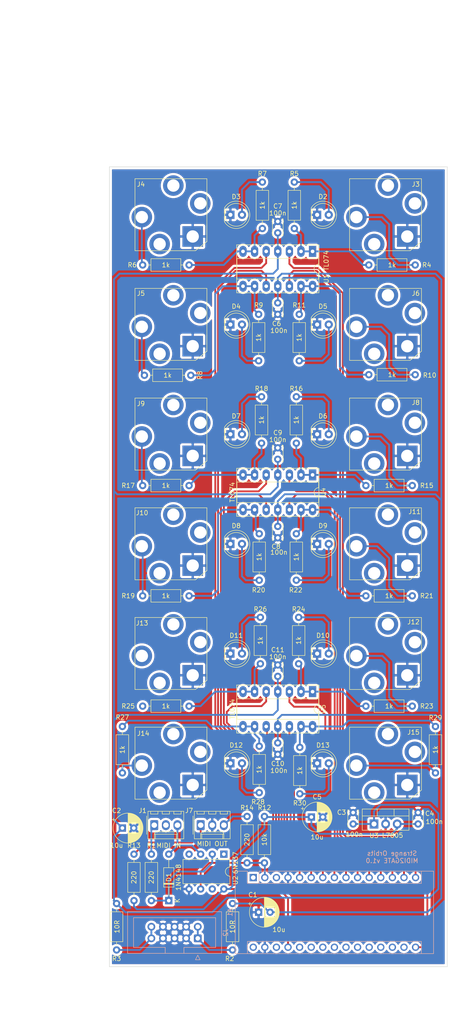
<source format=kicad_pcb>
(kicad_pcb (version 20171130) (host pcbnew 5.1.6+dfsg1-1)
  (title_block (title Freezer))
  (layers (0 F.Cu signal) (31 B.Cu signal) (34 B.Paste user) (35 F.Paste user) (36 B.SilkS user) (37 F.SilkS user) (38 B.Mask user) (39 F.Mask user) (44 Edge.Cuts user))
  (net 0 "")
  (net 1 +12V)
  (net 2 GND)
  (net 3 -12V)
  (net 4 +5V)
  (net 5 "Net-(R23-Pad1)")
  (net 6 "Net-(D1-Pad2)")
  (net 7 "Net-(R15-Pad1)")
  (net 8 "Net-(D2-Pad2)")
  (net 9 "Net-(D3-Pad2)")
  (net 10 "Net-(D4-Pad2)")
  (net 11 "Net-(D5-Pad2)")
  (net 12 "Net-(D6-Pad2)")
  (net 13 "Net-(D7-Pad2)")
  (net 14 "Net-(D8-Pad2)")
  (net 15 "Net-(J1-Pad1)")
  (net 16 "Net-(J6-PadT)")
  (net 17 "Net-(J4-PadT)")
  (net 18 "Net-(J5-PadT)")
  (net 19 "Net-(R10-Pad1)")
  (net 20 "Net-(J8-PadT)")
  (net 21 "Net-(J9-PadT)")
  (net 22 "Net-(J10-PadT)")
  (net 23 "Net-(R17-Pad1)")
  (net 24 "Net-(J11-PadT)")
  (net 25 "Net-(R19-Pad1)")
  (net 26 "Net-(D9-Pad2)")
  (net 27 "Net-(D10-Pad2)")
  (net 28 "Net-(D11-Pad2)")
  (net 29 "Net-(D12-Pad2)")
  (net 30 "Net-(J12-PadT)")
  (net 31 "Net-(J13-PadT)")
  (net 32 "Net-(J14-PadT)")
  (net 33 "Net-(J15-PadT)")
  (net 34 "Net-(R21-Pad1)")
  (net 35 "Net-(R25-Pad1)")
  (net 36 "Net-(R27-Pad1)")
  (net 37 "Net-(J2-Pad1)")
  (net 38 "Net-(D13-Pad2)")
  (net 39 MIDI_IN)
  (net 40 G1)
  (net 41 G8)
  (net 42 G7)
  (net 43 G6)
  (net 44 G5)
  (net 45 G4)
  (net 46 G3)
  (net 47 G2)
  (net 48 G12)
  (net 49 G11)
  (net 50 G10)
  (net 51 G9)
  (net 52 "Net-(D1-Pad1)")
  (net 53 "Net-(J2-Pad10)")
  (net 54 "Net-(R29-Pad1)")
  (net 55 "Net-(J3-PadT)")
  (net 56 "Net-(J7-Pad3)")
  (net 57 "Net-(J7-Pad1)")
  (net 58 "Net-(R4-Pad1)")
  (net 59 "Net-(R6-Pad1)")
  (net 60 "Net-(R8-Pad1)")
  (module Capacitor_THT:CP_Radial_D6.3mm_P2.50mm (layer F.Cu) (at 53.34 177.165)
    (fp_text reference C2 (at -1.27 -3.81) (layer F.SilkS))
    (fp_text value 10u (at -1.27 3.81) (layer F.SilkS))
    (pad 2 thru_hole circle (at 2.5 0) (size 1.6 1.6) (drill 0.8) (layers *.Cu *.Mask) (net 2 GND))
    (pad 1 thru_hole rect (at 0 0) (size 1.6 1.6) (drill 0.8) (layers *.Cu *.Mask) (net 1 +12V))
  )
  (module Package_DIP:DIP-8_W7.62mm (layer F.Cu) (at 75.565 182.88 270)
    (fp_text reference U2 (at 5.715 -2.54 90) (layer F.SilkS))
    (fp_text value 6N137 (at 1.905 -2.54 90) (layer F.SilkS))
    (pad 8 thru_hole oval (at 7.62 0 270) (size 1.6 1.6) (drill 0.8) (layers *.Cu *.Mask) (net 4 +5V))
    (pad 4 thru_hole oval (at 0 7.62 270) (size 1.6 1.6) (drill 0.8) (layers *.Cu *.Mask))
    (pad 7 thru_hole oval (at 7.62 2.54 270) (size 1.6 1.6) (drill 0.8) (layers *.Cu *.Mask))
    (pad 3 thru_hole oval (at 0 5.08 270) (size 1.6 1.6) (drill 0.8) (layers *.Cu *.Mask) (net 6 "Net-(D1-Pad2)"))
    (pad 6 thru_hole oval (at 7.62 5.08 270) (size 1.6 1.6) (drill 0.8) (layers *.Cu *.Mask) (net 39 MIDI_IN))
    (pad 2 thru_hole oval (at 0 2.54 270) (size 1.6 1.6) (drill 0.8) (layers *.Cu *.Mask) (net 52 "Net-(D1-Pad1)"))
    (pad 5 thru_hole oval (at 7.62 7.62 270) (size 1.6 1.6) (drill 0.8) (layers *.Cu *.Mask) (net 2 GND))
    (pad 1 thru_hole rect (at 0 0 270) (size 1.6 1.6) (drill 0.8) (layers *.Cu *.Mask))
  )
  (module R_silkvalue:R_Axial_DIN0207_L6.3mm_D2.5mm_P7.62mm_Horizontal_silkvalue (layer F.Cu) (at 84.455 174.625 270)
    (fp_text reference R12 (at -1.905 0 180) (layer F.SilkS))
    (fp_text value 10k (at 5.08 0 90) (layer F.SilkS))
    (pad 2 thru_hole oval (at 10.16 0 270) (size 1.6 1.6) (drill 0.8) (layers *.Cu *.Mask) (net 39 MIDI_IN))
    (pad 1 thru_hole circle (at 0 0 270) (size 1.6 1.6) (drill 0.8) (layers *.Cu *.Mask) (net 4 +5V))
  )
  (module R_silkvalue:R_Axial_DIN0207_L6.3mm_D2.5mm_P7.62mm_Horizontal_silkvalue (layer F.Cu) (at 80.645 184.785 90)
    (fp_text reference R14 (at 12.065 0 180) (layer F.SilkS))
    (fp_text value 220 (at 5.08 0 90) (layer F.SilkS))
    (pad 2 thru_hole oval (at 10.16 0 90) (size 1.6 1.6) (drill 0.8) (layers *.Cu *.Mask) (net 56 "Net-(J7-Pad3)"))
    (pad 1 thru_hole circle (at 0 0 90) (size 1.6 1.6) (drill 0.8) (layers *.Cu *.Mask) (net 39 MIDI_IN))
  )
  (module R_silkvalue:R_Axial_DIN0207_L6.3mm_D2.5mm_P7.62mm_Horizontal_silkvalue (layer F.Cu) (at 55.88 193.04 90)
    (fp_text reference R13 (at 12.065 0 180) (layer F.SilkS))
    (fp_text value 220 (at 5.08 0 90) (layer F.SilkS))
    (pad 2 thru_hole oval (at 10.16 0 90) (size 1.6 1.6) (drill 0.8) (layers *.Cu *.Mask) (net 57 "Net-(J7-Pad1)"))
    (pad 1 thru_hole circle (at 0 0 90) (size 1.6 1.6) (drill 0.8) (layers *.Cu *.Mask) (net 4 +5V))
  )
  (module R_silkvalue:R_Axial_DIN0207_L6.3mm_D2.5mm_P7.62mm_Horizontal_silkvalue (layer F.Cu) (at 59.69 182.88 270)
    (fp_text reference R1 (at -1.905 0 180) (layer F.SilkS))
    (fp_text value 220 (at 5.08 0 90) (layer F.SilkS))
    (pad 2 thru_hole oval (at 10.16 0 270) (size 1.6 1.6) (drill 0.8) (layers *.Cu *.Mask) (net 52 "Net-(D1-Pad1)"))
    (pad 1 thru_hole circle (at 0 0 270) (size 1.6 1.6) (drill 0.8) (layers *.Cu *.Mask) (net 15 "Net-(J1-Pad1)"))
  )
  (module Diode_THT:D_DO-35_SOD27_P10.16mm_Horizontal (layer F.Cu) (at 63.5 193.04 90)
    (fp_text reference D1 (at 5.08 0 90) (layer F.SilkS))
    (fp_text value 1N4148 (at 5.08 2.12 90) (layer F.SilkS))
    (fp_text user K (at 0 1.905 90) (layer F.SilkS))
    (pad 2 thru_hole oval (at 10.16 0 90) (size 1.6 1.6) (drill 0.8) (layers *.Cu *.Mask) (net 6 "Net-(D1-Pad2)"))
    (pad 1 thru_hole rect (at 0 0 90) (size 1.6 1.6) (drill 0.8) (layers *.Cu *.Mask) (net 52 "Net-(D1-Pad1)"))
  )
  (module Package_DIP:DIP-14_W7.62mm_Socket_LongPads (layer F.Cu) (at 95 147.32 270)
    (fp_text reference U5 (at 3.81 -2.33 90) (layer F.SilkS))
    (fp_text value TL074 (at 3.81 17.57 90) (layer F.SilkS))
    (pad 14 thru_hole oval (at 7.62 0 270) (size 2.4 1.6) (drill 0.8) (layers *.Cu *.Mask) (net 54 "Net-(R29-Pad1)"))
    (pad 7 thru_hole oval (at 0 15.24 270) (size 2.4 1.6) (drill 0.8) (layers *.Cu *.Mask) (net 35 "Net-(R25-Pad1)"))
    (pad 13 thru_hole oval (at 7.62 2.54 270) (size 2.4 1.6) (drill 0.8) (layers *.Cu *.Mask) (net 54 "Net-(R29-Pad1)"))
    (pad 6 thru_hole oval (at 0 12.7 270) (size 2.4 1.6) (drill 0.8) (layers *.Cu *.Mask) (net 35 "Net-(R25-Pad1)"))
    (pad 12 thru_hole oval (at 7.62 5.08 270) (size 2.4 1.6) (drill 0.8) (layers *.Cu *.Mask) (net 48 G12))
    (pad 5 thru_hole oval (at 0 10.16 270) (size 2.4 1.6) (drill 0.8) (layers *.Cu *.Mask) (net 50 G10))
    (pad 11 thru_hole oval (at 7.62 7.62 270) (size 2.4 1.6) (drill 0.8) (layers *.Cu *.Mask) (net 3 -12V))
    (pad 4 thru_hole oval (at 0 7.62 270) (size 2.4 1.6) (drill 0.8) (layers *.Cu *.Mask) (net 1 +12V))
    (pad 10 thru_hole oval (at 7.62 10.16 270) (size 2.4 1.6) (drill 0.8) (layers *.Cu *.Mask) (net 49 G11))
    (pad 3 thru_hole oval (at 0 5.08 270) (size 2.4 1.6) (drill 0.8) (layers *.Cu *.Mask) (net 51 G9))
    (pad 9 thru_hole oval (at 7.62 12.7 270) (size 2.4 1.6) (drill 0.8) (layers *.Cu *.Mask) (net 36 "Net-(R27-Pad1)"))
    (pad 2 thru_hole oval (at 0 2.54 270) (size 2.4 1.6) (drill 0.8) (layers *.Cu *.Mask) (net 5 "Net-(R23-Pad1)"))
    (pad 8 thru_hole oval (at 7.62 15.24 270) (size 2.4 1.6) (drill 0.8) (layers *.Cu *.Mask) (net 36 "Net-(R27-Pad1)"))
    (pad 1 thru_hole rect (at 0 0 270) (size 2.4 1.6) (drill 0.8) (layers *.Cu *.Mask) (net 5 "Net-(R23-Pad1)"))
  )
  (module Capacitor_THT:C_Disc_D3.4mm_W2.1mm_P2.50mm (layer F.Cu) (at 87.376 93.98 270)
    (fp_text reference C9 (at -3.302 0 180) (layer F.SilkS))
    (fp_text value 100n (at -1.778 0 180) (layer F.SilkS))
    (pad 2 thru_hole circle (at 2.5 0 270) (size 1.6 1.6) (drill 0.8) (layers *.Cu *.Mask) (net 1 +12V))
    (pad 1 thru_hole circle (at 0 0 270) (size 1.6 1.6) (drill 0.8) (layers *.Cu *.Mask) (net 2 GND))
  )
  (module Capacitor_THT:C_Disc_D3.4mm_W2.1mm_P2.50mm (layer F.Cu) (at 87.376 113.665 90)
    (fp_text reference C8 (at -1.905 -0.381 180) (layer F.SilkS))
    (fp_text value 100n (at -3.175 0.254 180) (layer F.SilkS))
    (pad 2 thru_hole circle (at 2.5 0 90) (size 1.6 1.6) (drill 0.8) (layers *.Cu *.Mask) (net 3 -12V))
    (pad 1 thru_hole circle (at 0 0 90) (size 1.6 1.6) (drill 0.8) (layers *.Cu *.Mask) (net 2 GND))
  )
  (module Capacitor_THT:C_Disc_D3.4mm_W2.1mm_P2.50mm (layer F.Cu) (at 87.376 44.45 270)
    (fp_text reference C7 (at -3.342 0 180) (layer F.SilkS))
    (fp_text value 100n (at -1.818 0 180) (layer F.SilkS))
    (pad 2 thru_hole circle (at 2.5 0 270) (size 1.6 1.6) (drill 0.8) (layers *.Cu *.Mask) (net 1 +12V))
    (pad 1 thru_hole circle (at 0 0 270) (size 1.6 1.6) (drill 0.8) (layers *.Cu *.Mask) (net 2 GND))
  )
  (module Capacitor_THT:C_Disc_D3.4mm_W2.1mm_P2.50mm (layer F.Cu) (at 87.376 64.77 90)
    (fp_text reference C6 (at -2.032 -0.254 180) (layer F.SilkS))
    (fp_text value 100n (at -3.556 0.254 180) (layer F.SilkS))
    (pad 2 thru_hole circle (at 2.5 0 90) (size 1.6 1.6) (drill 0.8) (layers *.Cu *.Mask) (net 3 -12V))
    (pad 1 thru_hole circle (at 0 0 90) (size 1.6 1.6) (drill 0.8) (layers *.Cu *.Mask) (net 2 GND))
  )
  (module R_silkvalue:R_Axial_DIN0207_L6.3mm_D2.5mm_P7.62mm_Horizontal_silkvalue (layer F.Cu) (at 92.202 159.512 270)
    (fp_text reference R30 (at 12.192 0 180) (layer F.SilkS))
    (fp_text value 1k (at 5.08 0 90) (layer F.SilkS))
    (pad 2 thru_hole oval (at 10.16 0 270) (size 1.6 1.6) (drill 0.8) (layers *.Cu *.Mask) (net 38 "Net-(D13-Pad2)"))
    (pad 1 thru_hole circle (at 0 0 270) (size 1.6 1.6) (drill 0.8) (layers *.Cu *.Mask) (net 54 "Net-(R29-Pad1)"))
  )
  (module R_silkvalue:R_Axial_DIN0207_L6.3mm_D2.5mm_P7.62mm_Horizontal_silkvalue (layer F.Cu) (at 121.92 154.94 270)
    (fp_text reference R29 (at -1.905 0 180) (layer F.SilkS))
    (fp_text value 1k (at 5.08 0 90) (layer F.SilkS))
    (pad 2 thru_hole oval (at 10.16 0 270) (size 1.6 1.6) (drill 0.8) (layers *.Cu *.Mask) (net 33 "Net-(J15-PadT)"))
    (pad 1 thru_hole circle (at 0 0 270) (size 1.6 1.6) (drill 0.8) (layers *.Cu *.Mask) (net 54 "Net-(R29-Pad1)"))
  )
  (module R_silkvalue:R_Axial_DIN0207_L6.3mm_D2.5mm_P7.62mm_Horizontal_silkvalue (layer F.Cu) (at 83.312 159.258 270)
    (fp_text reference R28 (at 12.192 0.254 180) (layer F.SilkS))
    (fp_text value 1k (at 5.08 0 90) (layer F.SilkS))
    (pad 2 thru_hole oval (at 10.16 0 270) (size 1.6 1.6) (drill 0.8) (layers *.Cu *.Mask) (net 29 "Net-(D12-Pad2)"))
    (pad 1 thru_hole circle (at 0 0 270) (size 1.6 1.6) (drill 0.8) (layers *.Cu *.Mask) (net 36 "Net-(R27-Pad1)"))
  )
  (module R_silkvalue:R_Axial_DIN0207_L6.3mm_D2.5mm_P7.62mm_Horizontal_silkvalue (layer F.Cu) (at 53.34 154.94 270)
    (fp_text reference R27 (at -2 0 180) (layer F.SilkS))
    (fp_text value 1k (at 5.08 0 90) (layer F.SilkS))
    (pad 2 thru_hole oval (at 10.16 0 270) (size 1.6 1.6) (drill 0.8) (layers *.Cu *.Mask) (net 32 "Net-(J14-PadT)"))
    (pad 1 thru_hole circle (at 0 0 270) (size 1.6 1.6) (drill 0.8) (layers *.Cu *.Mask) (net 36 "Net-(R27-Pad1)"))
  )
  (module R_silkvalue:R_Axial_DIN0207_L6.3mm_D2.5mm_P7.62mm_Horizontal_silkvalue (layer F.Cu) (at 83.566 141.224 90)
    (fp_text reference R26 (at 11.938 0 180) (layer F.SilkS))
    (fp_text value 1k (at 5.08 0 90) (layer F.SilkS))
    (pad 2 thru_hole oval (at 10.16 0 90) (size 1.6 1.6) (drill 0.8) (layers *.Cu *.Mask) (net 28 "Net-(D11-Pad2)"))
    (pad 1 thru_hole circle (at 0 0 90) (size 1.6 1.6) (drill 0.8) (layers *.Cu *.Mask) (net 35 "Net-(R25-Pad1)"))
  )
  (module R_silkvalue:R_Axial_DIN0207_L6.3mm_D2.5mm_P7.62mm_Horizontal_silkvalue (layer F.Cu) (at 67.945 150.495 180)
    (fp_text reference R25 (at 13.335 0) (layer F.SilkS))
    (fp_text value 1k (at 5.08 0) (layer F.SilkS))
    (pad 2 thru_hole oval (at 10.16 0 180) (size 1.6 1.6) (drill 0.8) (layers *.Cu *.Mask) (net 31 "Net-(J13-PadT)"))
    (pad 1 thru_hole circle (at 0 0 180) (size 1.6 1.6) (drill 0.8) (layers *.Cu *.Mask) (net 35 "Net-(R25-Pad1)"))
  )
  (module R_silkvalue:R_Axial_DIN0207_L6.3mm_D2.5mm_P7.62mm_Horizontal_silkvalue (layer F.Cu) (at 91.948 141.224 90)
    (fp_text reference R24 (at 11.938 0 180) (layer F.SilkS))
    (fp_text value 1k (at 5.08 0 90) (layer F.SilkS))
    (pad 2 thru_hole oval (at 10.16 0 90) (size 1.6 1.6) (drill 0.8) (layers *.Cu *.Mask) (net 27 "Net-(D10-Pad2)"))
    (pad 1 thru_hole circle (at 0 0 90) (size 1.6 1.6) (drill 0.8) (layers *.Cu *.Mask) (net 5 "Net-(R23-Pad1)"))
  )
  (module R_silkvalue:R_Axial_DIN0207_L6.3mm_D2.5mm_P7.62mm_Horizontal_silkvalue (layer F.Cu) (at 106.68 150.495)
    (fp_text reference R23 (at 13.335 0) (layer F.SilkS))
    (fp_text value 1k (at 5.08 0) (layer F.SilkS))
    (pad 2 thru_hole oval (at 10.16 0) (size 1.6 1.6) (drill 0.8) (layers *.Cu *.Mask) (net 30 "Net-(J12-PadT)"))
    (pad 1 thru_hole circle (at 0 0) (size 1.6 1.6) (drill 0.8) (layers *.Cu *.Mask) (net 5 "Net-(R23-Pad1)"))
  )
  (module LMNC:Jack_6.35mm_PJ_629HAN (layer F.Cu) (at 111 163)
    (fp_text reference J15 (at 6.094 -6.79) (layer F.SilkS))
    (fp_text value GATE12)
    (pad RN thru_hole circle (at 6.4 -2.5) (size 4.500001 4.500001) (drill 2.7) (layers *.Cu *.Mask))
    (pad TN thru_hole circle (at -2.5 6.4) (size 4.5 4.5) (drill 2.7) (layers *.Cu *.Mask))
    (pad R thru_hole circle (at 0.5 -6.4) (size 4.500001 4.500001) (drill 2.7) (layers *.Cu *.Mask))
    (pad S thru_hole rect (at 4.74 4.74) (size 4.500001 4.500001) (drill 2.7) (layers *.Cu *.Mask) (net 2 GND))
    (pad T thru_hole circle (at -6.4 0.5) (size 4.5 4.5) (drill 2.7) (layers *.Cu *.Mask) (net 33 "Net-(J15-PadT)"))
  )
  (module LMNC:Jack_6.35mm_PJ_629HAN (layer F.Cu) (at 64 163)
    (fp_text reference J14 (at -6.088 -6.536) (layer F.SilkS))
    (fp_text value GATE11)
    (pad RN thru_hole circle (at 6.4 -2.5) (size 4.500001 4.500001) (drill 2.7) (layers *.Cu *.Mask))
    (pad TN thru_hole circle (at -2.5 6.4) (size 4.5 4.5) (drill 2.7) (layers *.Cu *.Mask))
    (pad R thru_hole circle (at 0.5 -6.4) (size 4.500001 4.500001) (drill 2.7) (layers *.Cu *.Mask))
    (pad S thru_hole rect (at 4.74 4.74) (size 4.500001 4.500001) (drill 2.7) (layers *.Cu *.Mask) (net 2 GND))
    (pad T thru_hole circle (at -6.4 0.5) (size 4.5 4.5) (drill 2.7) (layers *.Cu *.Mask) (net 32 "Net-(J14-PadT)"))
  )
  (module LMNC:Jack_6.35mm_PJ_629HAN (layer F.Cu) (at 64 139)
    (fp_text reference J13 (at -6.342 -6.666) (layer F.SilkS))
    (fp_text value GATE10)
    (pad RN thru_hole circle (at 6.4 -2.5) (size 4.500001 4.500001) (drill 2.7) (layers *.Cu *.Mask))
    (pad TN thru_hole circle (at -2.5 6.4) (size 4.5 4.5) (drill 2.7) (layers *.Cu *.Mask))
    (pad R thru_hole circle (at 0.5 -6.4) (size 4.500001 4.500001) (drill 2.7) (layers *.Cu *.Mask))
    (pad S thru_hole rect (at 4.74 4.74) (size 4.500001 4.500001) (drill 2.7) (layers *.Cu *.Mask) (net 2 GND))
    (pad T thru_hole circle (at -6.4 0.5) (size 4.5 4.5) (drill 2.7) (layers *.Cu *.Mask) (net 31 "Net-(J13-PadT)"))
  )
  (module LMNC:Jack_6.35mm_PJ_629HAN (layer F.Cu) (at 111 139)
    (fp_text reference J12 (at 6.094 -6.92) (layer F.SilkS))
    (fp_text value GATE9)
    (pad RN thru_hole circle (at 6.4 -2.5) (size 4.500001 4.500001) (drill 2.7) (layers *.Cu *.Mask))
    (pad TN thru_hole circle (at -2.5 6.4) (size 4.5 4.5) (drill 2.7) (layers *.Cu *.Mask))
    (pad R thru_hole circle (at 0.5 -6.4) (size 4.500001 4.500001) (drill 2.7) (layers *.Cu *.Mask))
    (pad S thru_hole rect (at 4.74 4.74) (size 4.500001 4.500001) (drill 2.7) (layers *.Cu *.Mask) (net 2 GND))
    (pad T thru_hole circle (at -6.4 0.5) (size 4.5 4.5) (drill 2.7) (layers *.Cu *.Mask) (net 30 "Net-(J12-PadT)"))
  )
  (module LED_THT:LED_D5.0mm (layer F.Cu) (at 96 163)
    (fp_text reference D13 (at 1.27 -3.96) (layer F.SilkS))
    (fp_text value LED)
    (pad 2 thru_hole circle (at 2.54 0) (size 1.8 1.8) (drill 0.9) (layers *.Cu *.Mask) (net 38 "Net-(D13-Pad2)"))
    (pad 1 thru_hole rect (at 0 0) (size 1.8 1.8) (drill 0.9) (layers *.Cu *.Mask) (net 2 GND))
  )
  (module LED_THT:LED_D5.0mm (layer F.Cu) (at 77 163)
    (fp_text reference D12 (at 1.27 -3.96) (layer F.SilkS))
    (fp_text value LED)
    (pad 2 thru_hole circle (at 2.54 0) (size 1.8 1.8) (drill 0.9) (layers *.Cu *.Mask) (net 29 "Net-(D12-Pad2)"))
    (pad 1 thru_hole rect (at 0 0) (size 1.8 1.8) (drill 0.9) (layers *.Cu *.Mask) (net 2 GND))
  )
  (module LED_THT:LED_D5.0mm (layer F.Cu) (at 77 139)
    (fp_text reference D11 (at 1.27 -3.96) (layer F.SilkS))
    (fp_text value LED)
    (pad 2 thru_hole circle (at 2.54 0) (size 1.8 1.8) (drill 0.9) (layers *.Cu *.Mask) (net 28 "Net-(D11-Pad2)"))
    (pad 1 thru_hole rect (at 0 0) (size 1.8 1.8) (drill 0.9) (layers *.Cu *.Mask) (net 2 GND))
  )
  (module LED_THT:LED_D5.0mm (layer F.Cu) (at 96 139)
    (fp_text reference D10 (at 1.27 -3.96) (layer F.SilkS))
    (fp_text value LED)
    (pad 2 thru_hole circle (at 2.54 0) (size 1.8 1.8) (drill 0.9) (layers *.Cu *.Mask) (net 27 "Net-(D10-Pad2)"))
    (pad 1 thru_hole rect (at 0 0) (size 1.8 1.8) (drill 0.9) (layers *.Cu *.Mask) (net 2 GND))
  )
  (module LMNC:Jack_6.35mm_PJ_629HAN (layer F.Cu) (at 111 115)
    (fp_text reference J11 (at 6.348 -7.05) (layer F.SilkS))
    (fp_text value GATE8)
    (pad RN thru_hole circle (at 6.4 -2.5) (size 4.500001 4.500001) (drill 2.7) (layers *.Cu *.Mask))
    (pad TN thru_hole circle (at -2.5 6.4) (size 4.5 4.5) (drill 2.7) (layers *.Cu *.Mask))
    (pad R thru_hole circle (at 0.5 -6.4) (size 4.500001 4.500001) (drill 2.7) (layers *.Cu *.Mask))
    (pad S thru_hole rect (at 4.74 4.74) (size 4.500001 4.500001) (drill 2.7) (layers *.Cu *.Mask) (net 2 GND))
    (pad T thru_hole circle (at -6.4 0.5) (size 4.5 4.5) (drill 2.7) (layers *.Cu *.Mask) (net 24 "Net-(J11-PadT)"))
  )
  (module LMNC:Jack_6.35mm_PJ_629HAN (layer F.Cu) (at 64 115)
    (fp_text reference J10 (at -6.342 -6.796) (layer F.SilkS))
    (fp_text value GATE7)
    (pad RN thru_hole circle (at 6.4 -2.5) (size 4.500001 4.500001) (drill 2.7) (layers *.Cu *.Mask))
    (pad TN thru_hole circle (at -2.5 6.4) (size 4.5 4.5) (drill 2.7) (layers *.Cu *.Mask))
    (pad R thru_hole circle (at 0.5 -6.4) (size 4.500001 4.500001) (drill 2.7) (layers *.Cu *.Mask))
    (pad S thru_hole rect (at 4.74 4.74) (size 4.500001 4.500001) (drill 2.7) (layers *.Cu *.Mask) (net 2 GND))
    (pad T thru_hole circle (at -6.4 0.5) (size 4.5 4.5) (drill 2.7) (layers *.Cu *.Mask) (net 22 "Net-(J10-PadT)"))
  )
  (module LMNC:Jack_6.35mm_PJ_629HAN (layer F.Cu) (at 64 91)
    (fp_text reference J9 (at -6.596 -6.672) (layer F.SilkS))
    (fp_text value GATE6)
    (pad RN thru_hole circle (at 6.4 -2.5) (size 4.500001 4.500001) (drill 2.7) (layers *.Cu *.Mask))
    (pad TN thru_hole circle (at -2.5 6.4) (size 4.5 4.5) (drill 2.7) (layers *.Cu *.Mask))
    (pad R thru_hole circle (at 0.5 -6.4) (size 4.500001 4.500001) (drill 2.7) (layers *.Cu *.Mask))
    (pad S thru_hole rect (at 4.74 4.74) (size 4.500001 4.500001) (drill 2.7) (layers *.Cu *.Mask) (net 2 GND))
    (pad T thru_hole circle (at -6.4 0.5) (size 4.5 4.5) (drill 2.7) (layers *.Cu *.Mask) (net 21 "Net-(J9-PadT)"))
  )
  (module LMNC:Jack_6.35mm_PJ_629HAN (layer F.Cu) (at 111 91)
    (fp_text reference J8 (at 6.602 -6.926) (layer F.SilkS))
    (fp_text value GATE5)
    (pad RN thru_hole circle (at 6.4 -2.5) (size 4.500001 4.500001) (drill 2.7) (layers *.Cu *.Mask))
    (pad TN thru_hole circle (at -2.5 6.4) (size 4.5 4.5) (drill 2.7) (layers *.Cu *.Mask))
    (pad R thru_hole circle (at 0.5 -6.4) (size 4.500001 4.500001) (drill 2.7) (layers *.Cu *.Mask))
    (pad S thru_hole rect (at 4.74 4.74) (size 4.500001 4.500001) (drill 2.7) (layers *.Cu *.Mask) (net 2 GND))
    (pad T thru_hole circle (at -6.4 0.5) (size 4.5 4.5) (drill 2.7) (layers *.Cu *.Mask) (net 20 "Net-(J8-PadT)"))
  )
  (module LMNC:Jack_6.35mm_PJ_629HAN (layer F.Cu) (at 111 67)
    (fp_text reference J6 (at 6.602 -6.802) (layer F.SilkS))
    (fp_text value GATE4)
    (pad RN thru_hole circle (at 6.4 -2.5) (size 4.500001 4.500001) (drill 2.7) (layers *.Cu *.Mask))
    (pad TN thru_hole circle (at -2.5 6.4) (size 4.5 4.5) (drill 2.7) (layers *.Cu *.Mask))
    (pad R thru_hole circle (at 0.5 -6.4) (size 4.500001 4.500001) (drill 2.7) (layers *.Cu *.Mask))
    (pad S thru_hole rect (at 4.74 4.74) (size 4.500001 4.500001) (drill 2.7) (layers *.Cu *.Mask) (net 2 GND))
    (pad T thru_hole circle (at -6.4 0.5) (size 4.5 4.5) (drill 2.7) (layers *.Cu *.Mask) (net 16 "Net-(J6-PadT)"))
  )
  (module LMNC:Jack_6.35mm_PJ_629HAN (layer F.Cu) (at 64 43)
    (fp_text reference J4 (at -6.596 -6.678) (layer F.SilkS))
    (fp_text value GATE2)
    (pad RN thru_hole circle (at 6.4 -2.5) (size 4.500001 4.500001) (drill 2.7) (layers *.Cu *.Mask))
    (pad TN thru_hole circle (at -2.5 6.4) (size 4.5 4.5) (drill 2.7) (layers *.Cu *.Mask))
    (pad R thru_hole circle (at 0.5 -6.4) (size 4.500001 4.500001) (drill 2.7) (layers *.Cu *.Mask))
    (pad S thru_hole rect (at 4.74 4.74) (size 4.500001 4.500001) (drill 2.7) (layers *.Cu *.Mask) (net 2 GND))
    (pad T thru_hole circle (at -6.4 0.5) (size 4.5 4.5) (drill 2.7) (layers *.Cu *.Mask) (net 17 "Net-(J4-PadT)"))
  )
  (module LMNC:Jack_6.35mm_PJ_629HAN (layer F.Cu) (at 64 67)
    (fp_text reference J5 (at -6.596 -6.802) (layer F.SilkS))
    (fp_text value GATE3)
    (pad RN thru_hole circle (at 6.4 -2.5) (size 4.500001 4.500001) (drill 2.7) (layers *.Cu *.Mask))
    (pad TN thru_hole circle (at -2.5 6.4) (size 4.5 4.5) (drill 2.7) (layers *.Cu *.Mask))
    (pad R thru_hole circle (at 0.5 -6.4) (size 4.500001 4.500001) (drill 2.7) (layers *.Cu *.Mask))
    (pad S thru_hole rect (at 4.74 4.74) (size 4.500001 4.500001) (drill 2.7) (layers *.Cu *.Mask) (net 2 GND))
    (pad T thru_hole circle (at -6.4 0.5) (size 4.5 4.5) (drill 2.7) (layers *.Cu *.Mask) (net 18 "Net-(J5-PadT)"))
  )
  (module LMNC:Jack_6.35mm_PJ_629HAN (layer F.Cu) (at 111 43)
    (fp_text reference J3 (at 6.602 -6.678) (layer F.SilkS))
    (fp_text value GATE1)
    (pad RN thru_hole circle (at 6.4 -2.5) (size 4.500001 4.500001) (drill 2.7) (layers *.Cu *.Mask))
    (pad TN thru_hole circle (at -2.5 6.4) (size 4.5 4.5) (drill 2.7) (layers *.Cu *.Mask))
    (pad R thru_hole circle (at 0.5 -6.4) (size 4.500001 4.500001) (drill 2.7) (layers *.Cu *.Mask))
    (pad S thru_hole rect (at 4.74 4.74) (size 4.500001 4.500001) (drill 2.7) (layers *.Cu *.Mask) (net 2 GND))
    (pad T thru_hole circle (at -6.4 0.5) (size 4.5 4.5) (drill 2.7) (layers *.Cu *.Mask) (net 55 "Net-(J3-PadT)"))
  )
  (module Package_TO_SOT_THT:TO-220-3_Vertical (layer F.Cu) (at 108.458 176.276)
    (fp_text reference U3 (at 0 2.54) (layer F.SilkS))
    (fp_text value L7805 (at 4.064 2.5) (layer F.SilkS))
    (pad 3 thru_hole oval (at 5.08 0) (size 1.905 2) (drill 1.1) (layers *.Cu *.Mask) (net 4 +5V))
    (pad 2 thru_hole oval (at 2.54 0) (size 1.905 2) (drill 1.1) (layers *.Cu *.Mask) (net 2 GND))
    (pad 1 thru_hole rect (at 0 0) (size 1.905 2) (drill 1.1) (layers *.Cu *.Mask) (net 1 +12V))
  )
  (module Package_DIP:DIP-14_W7.62mm_Socket_LongPads (layer F.Cu) (at 95 99.8982 270)
    (fp_text reference U4 (at 3.81 -2.33 90) (layer F.SilkS))
    (fp_text value TL074 (at 3.81 17.57 90) (layer F.SilkS))
    (pad 14 thru_hole oval (at 7.62 0 270) (size 2.4 1.6) (drill 0.8) (layers *.Cu *.Mask) (net 34 "Net-(R21-Pad1)"))
    (pad 7 thru_hole oval (at 0 15.24 270) (size 2.4 1.6) (drill 0.8) (layers *.Cu *.Mask) (net 23 "Net-(R17-Pad1)"))
    (pad 13 thru_hole oval (at 7.62 2.54 270) (size 2.4 1.6) (drill 0.8) (layers *.Cu *.Mask) (net 34 "Net-(R21-Pad1)"))
    (pad 6 thru_hole oval (at 0 12.7 270) (size 2.4 1.6) (drill 0.8) (layers *.Cu *.Mask) (net 23 "Net-(R17-Pad1)"))
    (pad 12 thru_hole oval (at 7.62 5.08 270) (size 2.4 1.6) (drill 0.8) (layers *.Cu *.Mask) (net 41 G8))
    (pad 5 thru_hole oval (at 0 10.16 270) (size 2.4 1.6) (drill 0.8) (layers *.Cu *.Mask) (net 43 G6))
    (pad 11 thru_hole oval (at 7.62 7.62 270) (size 2.4 1.6) (drill 0.8) (layers *.Cu *.Mask) (net 3 -12V))
    (pad 4 thru_hole oval (at 0 7.62 270) (size 2.4 1.6) (drill 0.8) (layers *.Cu *.Mask) (net 1 +12V))
    (pad 10 thru_hole oval (at 7.62 10.16 270) (size 2.4 1.6) (drill 0.8) (layers *.Cu *.Mask) (net 42 G7))
    (pad 3 thru_hole oval (at 0 5.08 270) (size 2.4 1.6) (drill 0.8) (layers *.Cu *.Mask) (net 44 G5))
    (pad 9 thru_hole oval (at 7.62 12.7 270) (size 2.4 1.6) (drill 0.8) (layers *.Cu *.Mask) (net 25 "Net-(R19-Pad1)"))
    (pad 2 thru_hole oval (at 0 2.54 270) (size 2.4 1.6) (drill 0.8) (layers *.Cu *.Mask) (net 7 "Net-(R15-Pad1)"))
    (pad 8 thru_hole oval (at 7.62 15.24 270) (size 2.4 1.6) (drill 0.8) (layers *.Cu *.Mask) (net 25 "Net-(R19-Pad1)"))
    (pad 1 thru_hole rect (at 0 0 270) (size 2.4 1.6) (drill 0.8) (layers *.Cu *.Mask) (net 7 "Net-(R15-Pad1)"))
  )
  (module Package_DIP:DIP-14_W7.62mm_Socket_LongPads (layer F.Cu) (at 95 51 270)
    (fp_text reference U1 (at 6 -3 90) (layer F.SilkS))
    (fp_text value TL074 (at 2 -3 90) (layer F.SilkS))
    (pad 14 thru_hole oval (at 7.62 0 270) (size 2.4 1.6) (drill 0.8) (layers *.Cu *.Mask) (net 19 "Net-(R10-Pad1)"))
    (pad 7 thru_hole oval (at 0 15.24 270) (size 2.4 1.6) (drill 0.8) (layers *.Cu *.Mask) (net 59 "Net-(R6-Pad1)"))
    (pad 13 thru_hole oval (at 7.62 2.54 270) (size 2.4 1.6) (drill 0.8) (layers *.Cu *.Mask) (net 19 "Net-(R10-Pad1)"))
    (pad 6 thru_hole oval (at 0 12.7 270) (size 2.4 1.6) (drill 0.8) (layers *.Cu *.Mask) (net 59 "Net-(R6-Pad1)"))
    (pad 12 thru_hole oval (at 7.62 5.08 270) (size 2.4 1.6) (drill 0.8) (layers *.Cu *.Mask) (net 45 G4))
    (pad 5 thru_hole oval (at 0 10.16 270) (size 2.4 1.6) (drill 0.8) (layers *.Cu *.Mask) (net 47 G2))
    (pad 11 thru_hole oval (at 7.62 7.62 270) (size 2.4 1.6) (drill 0.8) (layers *.Cu *.Mask) (net 3 -12V))
    (pad 4 thru_hole oval (at 0 7.62 270) (size 2.4 1.6) (drill 0.8) (layers *.Cu *.Mask) (net 1 +12V))
    (pad 10 thru_hole oval (at 7.62 10.16 270) (size 2.4 1.6) (drill 0.8) (layers *.Cu *.Mask) (net 46 G3))
    (pad 3 thru_hole oval (at 0 5.08 270) (size 2.4 1.6) (drill 0.8) (layers *.Cu *.Mask) (net 40 G1))
    (pad 9 thru_hole oval (at 7.62 12.7 270) (size 2.4 1.6) (drill 0.8) (layers *.Cu *.Mask) (net 60 "Net-(R8-Pad1)"))
    (pad 2 thru_hole oval (at 0 2.54 270) (size 2.4 1.6) (drill 0.8) (layers *.Cu *.Mask) (net 58 "Net-(R4-Pad1)"))
    (pad 8 thru_hole oval (at 7.62 15.24 270) (size 2.4 1.6) (drill 0.8) (layers *.Cu *.Mask) (net 60 "Net-(R8-Pad1)"))
    (pad 1 thru_hole rect (at 0 0 270) (size 2.4 1.6) (drill 0.8) (layers *.Cu *.Mask) (net 58 "Net-(R4-Pad1)"))
  )
  (module R_silkvalue:R_Axial_DIN0207_L6.3mm_D2.5mm_P7.62mm_Horizontal_silkvalue (layer F.Cu) (at 91.44 112.776 270)
    (fp_text reference R22 (at 12.319 0.127 180) (layer F.SilkS))
    (fp_text value 1k (at 5.08 0 90) (layer F.SilkS))
    (pad 2 thru_hole oval (at 10.16 0 270) (size 1.6 1.6) (drill 0.8) (layers *.Cu *.Mask) (net 26 "Net-(D9-Pad2)"))
    (pad 1 thru_hole circle (at 0 0 270) (size 1.6 1.6) (drill 0.8) (layers *.Cu *.Mask) (net 34 "Net-(R21-Pad1)"))
  )
  (module R_silkvalue:R_Axial_DIN0207_L6.3mm_D2.5mm_P7.62mm_Horizontal_silkvalue (layer F.Cu) (at 106.68 126.365)
    (fp_text reference R21 (at 13.335 0) (layer F.SilkS))
    (fp_text value 1k (at 5.08 0) (layer F.SilkS))
    (pad 2 thru_hole oval (at 10.16 0) (size 1.6 1.6) (drill 0.8) (layers *.Cu *.Mask) (net 24 "Net-(J11-PadT)"))
    (pad 1 thru_hole circle (at 0 0) (size 1.6 1.6) (drill 0.8) (layers *.Cu *.Mask) (net 34 "Net-(R21-Pad1)"))
  )
  (module R_silkvalue:R_Axial_DIN0207_L6.3mm_D2.5mm_P7.62mm_Horizontal_silkvalue (layer F.Cu) (at 83.312 112.776 270)
    (fp_text reference R20 (at 12.319 0.127 180) (layer F.SilkS))
    (fp_text value 1k (at 5.08 0 90) (layer F.SilkS))
    (pad 2 thru_hole oval (at 10.16 0 270) (size 1.6 1.6) (drill 0.8) (layers *.Cu *.Mask) (net 14 "Net-(D8-Pad2)"))
    (pad 1 thru_hole circle (at 0 0 270) (size 1.6 1.6) (drill 0.8) (layers *.Cu *.Mask) (net 25 "Net-(R19-Pad1)"))
  )
  (module R_silkvalue:R_Axial_DIN0207_L6.3mm_D2.5mm_P7.62mm_Horizontal_silkvalue (layer F.Cu) (at 67.945 126.365 180)
    (fp_text reference R19 (at 13.335 0) (layer F.SilkS))
    (fp_text value 1k (at 5.08 0) (layer F.SilkS))
    (pad 2 thru_hole oval (at 10.16 0 180) (size 1.6 1.6) (drill 0.8) (layers *.Cu *.Mask) (net 22 "Net-(J10-PadT)"))
    (pad 1 thru_hole circle (at 0 0 180) (size 1.6 1.6) (drill 0.8) (layers *.Cu *.Mask) (net 25 "Net-(R19-Pad1)"))
  )
  (module R_silkvalue:R_Axial_DIN0207_L6.3mm_D2.5mm_P7.62mm_Horizontal_silkvalue (layer F.Cu) (at 83.82 92.964 90)
    (fp_text reference R18 (at 11.938 0 180) (layer F.SilkS))
    (fp_text value 1k (at 5.08 0 90) (layer F.SilkS))
    (pad 2 thru_hole oval (at 10.16 0 90) (size 1.6 1.6) (drill 0.8) (layers *.Cu *.Mask) (net 13 "Net-(D7-Pad2)"))
    (pad 1 thru_hole circle (at 0 0 90) (size 1.6 1.6) (drill 0.8) (layers *.Cu *.Mask) (net 23 "Net-(R17-Pad1)"))
  )
  (module R_silkvalue:R_Axial_DIN0207_L6.3mm_D2.5mm_P7.62mm_Horizontal_silkvalue (layer F.Cu) (at 67.945 102.235 180)
    (fp_text reference R17 (at 13.335 0) (layer F.SilkS))
    (fp_text value 1k (at 5.08 0) (layer F.SilkS))
    (pad 2 thru_hole oval (at 10.16 0 180) (size 1.6 1.6) (drill 0.8) (layers *.Cu *.Mask) (net 21 "Net-(J9-PadT)"))
    (pad 1 thru_hole circle (at 0 0 180) (size 1.6 1.6) (drill 0.8) (layers *.Cu *.Mask) (net 23 "Net-(R17-Pad1)"))
  )
  (module R_silkvalue:R_Axial_DIN0207_L6.3mm_D2.5mm_P7.62mm_Horizontal_silkvalue (layer F.Cu) (at 91.44 92.964 90)
    (fp_text reference R16 (at 11.938 0 180) (layer F.SilkS))
    (fp_text value 1k (at 5.08 0 90) (layer F.SilkS))
    (pad 2 thru_hole oval (at 10.16 0 90) (size 1.6 1.6) (drill 0.8) (layers *.Cu *.Mask) (net 12 "Net-(D6-Pad2)"))
    (pad 1 thru_hole circle (at 0 0 90) (size 1.6 1.6) (drill 0.8) (layers *.Cu *.Mask) (net 7 "Net-(R15-Pad1)"))
  )
  (module R_silkvalue:R_Axial_DIN0207_L6.3mm_D2.5mm_P7.62mm_Horizontal_silkvalue (layer F.Cu) (at 106.68 102.235)
    (fp_text reference R15 (at 13.335 0) (layer F.SilkS))
    (fp_text value 1k (at 5.08 0) (layer F.SilkS))
    (pad 2 thru_hole oval (at 10.16 0) (size 1.6 1.6) (drill 0.8) (layers *.Cu *.Mask) (net 20 "Net-(J8-PadT)"))
    (pad 1 thru_hole circle (at 0 0) (size 1.6 1.6) (drill 0.8) (layers *.Cu *.Mask) (net 7 "Net-(R15-Pad1)"))
  )
  (module R_silkvalue:R_Axial_DIN0207_L6.3mm_D2.5mm_P7.62mm_Horizontal_silkvalue (layer F.Cu) (at 92.075 64.77 270)
    (fp_text reference R11 (at -2 0 180) (layer F.SilkS))
    (fp_text value 1k (at 5.08 0 90) (layer F.SilkS))
    (pad 2 thru_hole oval (at 10.16 0 270) (size 1.6 1.6) (drill 0.8) (layers *.Cu *.Mask) (net 11 "Net-(D5-Pad2)"))
    (pad 1 thru_hole circle (at 0 0 270) (size 1.6 1.6) (drill 0.8) (layers *.Cu *.Mask) (net 19 "Net-(R10-Pad1)"))
  )
  (module R_silkvalue:R_Axial_DIN0207_L6.3mm_D2.5mm_P7.62mm_Horizontal_silkvalue (layer F.Cu) (at 107.315 77.978)
    (fp_text reference R10 (at 13.335 0.127) (layer F.SilkS))
    (fp_text value 1k (at 5.08 0) (layer F.SilkS))
    (pad 2 thru_hole oval (at 10.16 0) (size 1.6 1.6) (drill 0.8) (layers *.Cu *.Mask) (net 16 "Net-(J6-PadT)"))
    (pad 1 thru_hole circle (at 0 0) (size 1.6 1.6) (drill 0.8) (layers *.Cu *.Mask) (net 19 "Net-(R10-Pad1)"))
  )
  (module R_silkvalue:R_Axial_DIN0207_L6.3mm_D2.5mm_P7.62mm_Horizontal_silkvalue (layer F.Cu) (at 83.185 64.77 270)
    (fp_text reference R9 (at -2 0 180) (layer F.SilkS))
    (fp_text value 1k (at 5.08 0 90) (layer F.SilkS))
    (pad 2 thru_hole oval (at 10.16 0 270) (size 1.6 1.6) (drill 0.8) (layers *.Cu *.Mask) (net 10 "Net-(D4-Pad2)"))
    (pad 1 thru_hole circle (at 0 0 270) (size 1.6 1.6) (drill 0.8) (layers *.Cu *.Mask) (net 60 "Net-(R8-Pad1)"))
  )
  (module R_silkvalue:R_Axial_DIN0207_L6.3mm_D2.5mm_P7.62mm_Horizontal_silkvalue (layer F.Cu) (at 68.326 78.105 180)
    (fp_text reference R8 (at -2 0 270) (layer F.SilkS))
    (fp_text value 1k (at 5.08 0) (layer F.SilkS))
    (pad 2 thru_hole oval (at 10.16 0 180) (size 1.6 1.6) (drill 0.8) (layers *.Cu *.Mask) (net 18 "Net-(J5-PadT)"))
    (pad 1 thru_hole circle (at 0 0 180) (size 1.6 1.6) (drill 0.8) (layers *.Cu *.Mask) (net 60 "Net-(R8-Pad1)"))
  )
  (module R_silkvalue:R_Axial_DIN0207_L6.3mm_D2.5mm_P7.62mm_Horizontal_silkvalue (layer F.Cu) (at 84 46 90)
    (fp_text reference R7 (at 12 0 180) (layer F.SilkS))
    (fp_text value 1k (at 5.08 0 90) (layer F.SilkS))
    (pad 2 thru_hole oval (at 10.16 0 90) (size 1.6 1.6) (drill 0.8) (layers *.Cu *.Mask) (net 9 "Net-(D3-Pad2)"))
    (pad 1 thru_hole circle (at 0 0 90) (size 1.6 1.6) (drill 0.8) (layers *.Cu *.Mask) (net 59 "Net-(R6-Pad1)"))
  )
  (module R_silkvalue:R_Axial_DIN0207_L6.3mm_D2.5mm_P7.62mm_Horizontal_silkvalue (layer F.Cu) (at 52.07 203.835 90)
    (fp_text reference R3 (at -1.905 0 180) (layer F.SilkS))
    (fp_text value 10R (at 5.08 0.1 90) (layer F.SilkS))
    (pad 2 thru_hole oval (at 10.16 0 90) (size 1.6 1.6) (drill 0.8) (layers *.Cu *.Mask) (net 1 +12V))
    (pad 1 thru_hole circle (at 0 0 90) (size 1.6 1.6) (drill 0.8) (layers *.Cu *.Mask) (net 53 "Net-(J2-Pad10)"))
  )
  (module R_silkvalue:R_Axial_DIN0207_L6.3mm_D2.5mm_P7.62mm_Horizontal_silkvalue (layer F.Cu) (at 77.47 203.835 90)
    (fp_text reference R2 (at -1.905 -0.635 180) (layer F.SilkS))
    (fp_text value 10R (at 5.08 0 90) (layer F.SilkS))
    (pad 2 thru_hole oval (at 10.16 0 90) (size 1.6 1.6) (drill 0.8) (layers *.Cu *.Mask) (net 3 -12V))
    (pad 1 thru_hole circle (at 0 0 90) (size 1.6 1.6) (drill 0.8) (layers *.Cu *.Mask) (net 37 "Net-(J2-Pad1)"))
  )
  (module R_silkvalue:R_Axial_DIN0207_L6.3mm_D2.5mm_P7.62mm_Horizontal_silkvalue (layer F.Cu) (at 67.945 53.975 180)
    (fp_text reference R6 (at 12.446 0) (layer F.SilkS))
    (fp_text value 1k (at 5.08 0) (layer F.SilkS))
    (pad 2 thru_hole oval (at 10.16 0 180) (size 1.6 1.6) (drill 0.8) (layers *.Cu *.Mask) (net 17 "Net-(J4-PadT)"))
    (pad 1 thru_hole circle (at 0 0 180) (size 1.6 1.6) (drill 0.8) (layers *.Cu *.Mask) (net 59 "Net-(R6-Pad1)"))
  )
  (module R_silkvalue:R_Axial_DIN0207_L6.3mm_D2.5mm_P7.62mm_Horizontal_silkvalue (layer F.Cu) (at 91 46 90)
    (fp_text reference R5 (at 12 0 180) (layer F.SilkS))
    (fp_text value 1k (at 5.08 0 90) (layer F.SilkS))
    (pad 2 thru_hole oval (at 10.16 0 90) (size 1.6 1.6) (drill 0.8) (layers *.Cu *.Mask) (net 8 "Net-(D2-Pad2)"))
    (pad 1 thru_hole circle (at 0 0 90) (size 1.6 1.6) (drill 0.8) (layers *.Cu *.Mask) (net 58 "Net-(R4-Pad1)"))
  )
  (module R_silkvalue:R_Axial_DIN0207_L6.3mm_D2.5mm_P7.62mm_Horizontal_silkvalue (layer F.Cu) (at 107.315 53.975)
    (fp_text reference R4 (at 12.7 0) (layer F.SilkS))
    (fp_text value 1k (at 5.08 0) (layer F.SilkS))
    (pad 2 thru_hole oval (at 10.16 0) (size 1.6 1.6) (drill 0.8) (layers *.Cu *.Mask) (net 55 "Net-(J3-PadT)"))
    (pad 1 thru_hole circle (at 0 0) (size 1.6 1.6) (drill 0.8) (layers *.Cu *.Mask) (net 58 "Net-(R4-Pad1)"))
  )
  (module Connector_IDC:IDC-Header_2x05_P2.54mm_Vertical (layer B.Cu) (at 69.85 201.295 90)
    (fp_text reference J2 (at 1.27 6.1 90) (layer B.SilkS) (effects (justify mirror)))
    (fp_text value "Eurorack power")
    (pad 10 thru_hole circle (at 2.54 -10.16 90) (size 1.7 1.7) (drill 1) (layers *.Cu *.Mask) (net 53 "Net-(J2-Pad10)"))
    (pad 8 thru_hole circle (at 2.54 -7.62 90) (size 1.7 1.7) (drill 1) (layers *.Cu *.Mask) (net 2 GND))
    (pad 6 thru_hole circle (at 2.54 -5.08 90) (size 1.7 1.7) (drill 1) (layers *.Cu *.Mask) (net 2 GND))
    (pad 4 thru_hole circle (at 2.54 -2.54 90) (size 1.7 1.7) (drill 1) (layers *.Cu *.Mask) (net 2 GND))
    (pad 2 thru_hole circle (at 2.54 0 90) (size 1.7 1.7) (drill 1) (layers *.Cu *.Mask) (net 37 "Net-(J2-Pad1)"))
    (pad 9 thru_hole circle (at 0 -10.16 90) (size 1.7 1.7) (drill 1) (layers *.Cu *.Mask) (net 53 "Net-(J2-Pad10)"))
    (pad 7 thru_hole circle (at 0 -7.62 90) (size 1.7 1.7) (drill 1) (layers *.Cu *.Mask) (net 2 GND))
    (pad 5 thru_hole circle (at 0 -5.08 90) (size 1.7 1.7) (drill 1) (layers *.Cu *.Mask) (net 2 GND))
    (pad 3 thru_hole circle (at 0 -2.54 90) (size 1.7 1.7) (drill 1) (layers *.Cu *.Mask) (net 2 GND))
    (pad 1 thru_hole roundrect (at 0 0 90) (size 1.7 1.7) (drill 1) (layers *.Cu *.Mask) (roundrect_rratio 0.147059) (net 37 "Net-(J2-Pad1)"))
  )
  (module Connector_Molex:Molex_KK-254_AE-6410-03A_1x03_P2.54mm_Vertical (layer F.Cu) (at 60.325 176.53)
    (fp_text reference J1 (at -2.54 -3.175) (layer F.SilkS))
    (fp_text value "MIDI IN" (at 3.175 4.445) (layer F.SilkS))
    (pad 3 thru_hole oval (at 5.08 0) (size 1.74 2.19) (drill 1.19) (layers *.Cu *.Mask) (net 6 "Net-(D1-Pad2)"))
    (pad 2 thru_hole oval (at 2.54 0) (size 1.74 2.19) (drill 1.19) (layers *.Cu *.Mask))
    (pad 1 thru_hole roundrect (at 0 0) (size 1.74 2.19) (drill 1.19) (layers *.Cu *.Mask) (roundrect_rratio 0.143678) (net 15 "Net-(J1-Pad1)"))
  )
  (module Connector_Molex:Molex_KK-254_AE-6410-03A_1x03_P2.54mm_Vertical (layer F.Cu) (at 70.485 176.53)
    (fp_text reference J7 (at -2.54 -3.175) (layer F.SilkS))
    (fp_text value "MIDI OUT" (at 2.54 4.08) (layer F.SilkS))
    (pad 3 thru_hole oval (at 5.08 0) (size 1.74 2.19) (drill 1.19) (layers *.Cu *.Mask) (net 56 "Net-(J7-Pad3)"))
    (pad 2 thru_hole oval (at 2.54 0) (size 1.74 2.19) (drill 1.19) (layers *.Cu *.Mask) (net 2 GND))
    (pad 1 thru_hole roundrect (at 0 0) (size 1.74 2.19) (drill 1.19) (layers *.Cu *.Mask) (roundrect_rratio 0.143678) (net 57 "Net-(J7-Pad1)"))
  )
  (module LED_THT:LED_D5.0mm (layer F.Cu) (at 96 115)
    (fp_text reference D9 (at 1.27 -3.96) (layer F.SilkS))
    (fp_text value LED)
    (pad 2 thru_hole circle (at 2.54 0) (size 1.8 1.8) (drill 0.9) (layers *.Cu *.Mask) (net 26 "Net-(D9-Pad2)"))
    (pad 1 thru_hole rect (at 0 0) (size 1.8 1.8) (drill 0.9) (layers *.Cu *.Mask) (net 2 GND))
  )
  (module LED_THT:LED_D5.0mm (layer F.Cu) (at 77 115)
    (fp_text reference D8 (at 1.27 -3.96) (layer F.SilkS))
    (fp_text value LED)
    (pad 2 thru_hole circle (at 2.54 0) (size 1.8 1.8) (drill 0.9) (layers *.Cu *.Mask) (net 14 "Net-(D8-Pad2)"))
    (pad 1 thru_hole rect (at 0 0) (size 1.8 1.8) (drill 0.9) (layers *.Cu *.Mask) (net 2 GND))
  )
  (module LED_THT:LED_D5.0mm (layer F.Cu) (at 77 91)
    (fp_text reference D7 (at 1.27 -3.96) (layer F.SilkS))
    (fp_text value LED)
    (pad 2 thru_hole circle (at 2.54 0) (size 1.8 1.8) (drill 0.9) (layers *.Cu *.Mask) (net 13 "Net-(D7-Pad2)"))
    (pad 1 thru_hole rect (at 0 0) (size 1.8 1.8) (drill 0.9) (layers *.Cu *.Mask) (net 2 GND))
  )
  (module LED_THT:LED_D5.0mm (layer F.Cu) (at 96 91)
    (fp_text reference D6 (at 1.27 -3.96) (layer F.SilkS))
    (fp_text value LED)
    (pad 2 thru_hole circle (at 2.54 0) (size 1.8 1.8) (drill 0.9) (layers *.Cu *.Mask) (net 12 "Net-(D6-Pad2)"))
    (pad 1 thru_hole rect (at 0 0) (size 1.8 1.8) (drill 0.9) (layers *.Cu *.Mask) (net 2 GND))
  )
  (module LED_THT:LED_D5.0mm (layer F.Cu) (at 96 67)
    (fp_text reference D5 (at 1.27 -3.96) (layer F.SilkS))
    (fp_text value LED)
    (pad 2 thru_hole circle (at 2.54 0) (size 1.8 1.8) (drill 0.9) (layers *.Cu *.Mask) (net 11 "Net-(D5-Pad2)"))
    (pad 1 thru_hole rect (at 0 0) (size 1.8 1.8) (drill 0.9) (layers *.Cu *.Mask) (net 2 GND))
  )
  (module LED_THT:LED_D5.0mm (layer F.Cu) (at 77 67)
    (fp_text reference D4 (at 1.27 -3.96) (layer F.SilkS))
    (fp_text value LED)
    (pad 2 thru_hole circle (at 2.54 0) (size 1.8 1.8) (drill 0.9) (layers *.Cu *.Mask) (net 10 "Net-(D4-Pad2)"))
    (pad 1 thru_hole rect (at 0 0) (size 1.8 1.8) (drill 0.9) (layers *.Cu *.Mask) (net 2 GND))
  )
  (module LED_THT:LED_D5.0mm (layer F.Cu) (at 77 43)
    (fp_text reference D3 (at 1.27 -3.96) (layer F.SilkS))
    (fp_text value LED)
    (pad 2 thru_hole circle (at 2.54 0) (size 1.8 1.8) (drill 0.9) (layers *.Cu *.Mask) (net 9 "Net-(D3-Pad2)"))
    (pad 1 thru_hole rect (at 0 0) (size 1.8 1.8) (drill 0.9) (layers *.Cu *.Mask) (net 2 GND))
  )
  (module LED_THT:LED_D5.0mm (layer F.Cu) (at 96 43)
    (fp_text reference D2 (at 1.27 -3.96) (layer F.SilkS))
    (fp_text value LED)
    (pad 2 thru_hole circle (at 2.54 0) (size 1.8 1.8) (drill 0.9) (layers *.Cu *.Mask) (net 8 "Net-(D2-Pad2)"))
    (pad 1 thru_hole rect (at 0 0) (size 1.8 1.8) (drill 0.9) (layers *.Cu *.Mask) (net 2 GND))
  )
  (module Capacitor_THT:C_Disc_D3.4mm_W2.1mm_P2.50mm (layer F.Cu) (at 87.376 141.478 270)
    (fp_text reference C11 (at -3.302 0 180) (layer F.SilkS))
    (fp_text value 100n (at -1.778 0 180) (layer F.SilkS))
    (pad 2 thru_hole circle (at 2.5 0 270) (size 1.6 1.6) (drill 0.8) (layers *.Cu *.Mask) (net 1 +12V))
    (pad 1 thru_hole circle (at 0 0 270) (size 1.6 1.6) (drill 0.8) (layers *.Cu *.Mask) (net 2 GND))
  )
  (module Capacitor_THT:C_Disc_D3.4mm_W2.1mm_P2.50mm (layer F.Cu) (at 87.376 161.036 90)
    (fp_text reference C10 (at -2.032 0 180) (layer F.SilkS))
    (fp_text value 100n (at -3.556 0.254 180) (layer F.SilkS))
    (pad 2 thru_hole circle (at 2.5 0 90) (size 1.6 1.6) (drill 0.8) (layers *.Cu *.Mask) (net 3 -12V))
    (pad 1 thru_hole circle (at 0 0 90) (size 1.6 1.6) (drill 0.8) (layers *.Cu *.Mask) (net 2 GND))
  )
  (module Capacitor_THT:CP_Radial_D6.3mm_P2.50mm (layer F.Cu) (at 94.742 174.752)
    (fp_text reference C5 (at 1.25 -4.4) (layer F.SilkS))
    (fp_text value 10u (at 1.25 4.4) (layer F.SilkS))
    (pad 2 thru_hole circle (at 2.5 0) (size 1.6 1.6) (drill 0.8) (layers *.Cu *.Mask) (net 2 GND))
    (pad 1 thru_hole rect (at 0 0) (size 1.6 1.6) (drill 0.8) (layers *.Cu *.Mask) (net 4 +5V))
  )
  (module Capacitor_THT:C_Disc_D3.4mm_W2.1mm_P2.50mm (layer F.Cu) (at 118.11 176.276 90)
    (fp_text reference C4 (at 2.286 2.54 180) (layer F.SilkS))
    (fp_text value 100n (at 0.508 3.556 180) (layer F.SilkS))
    (pad 2 thru_hole circle (at 2.5 0 90) (size 1.6 1.6) (drill 0.8) (layers *.Cu *.Mask) (net 2 GND))
    (pad 1 thru_hole circle (at 0 0 90) (size 1.6 1.6) (drill 0.8) (layers *.Cu *.Mask) (net 4 +5V))
  )
  (module Capacitor_THT:C_Disc_D3.4mm_W2.1mm_P2.50mm (layer F.Cu) (at 103.886 176.276 90)
    (fp_text reference C3 (at 2.54 -2.54 180) (layer F.SilkS))
    (fp_text value 100n (at -2.286 0.254 180) (layer F.SilkS))
    (pad 2 thru_hole circle (at 2.5 0 90) (size 1.6 1.6) (drill 0.8) (layers *.Cu *.Mask) (net 2 GND))
    (pad 1 thru_hole circle (at 0 0 90) (size 1.6 1.6) (drill 0.8) (layers *.Cu *.Mask) (net 1 +12V))
  )
  (module Capacitor_THT:CP_Radial_D6.3mm_P2.50mm (layer F.Cu) (at 83.185 195.58)
    (fp_text reference C1 (at -1.27 -3.81) (layer F.SilkS))
    (fp_text value 10u (at 4.445 3.81) (layer F.SilkS))
    (pad 2 thru_hole circle (at 2.5 0) (size 1.6 1.6) (drill 0.8) (layers *.Cu *.Mask) (net 3 -12V))
    (pad 1 thru_hole rect (at 0 0) (size 1.6 1.6) (drill 0.8) (layers *.Cu *.Mask) (net 2 GND))
  )
  (module Module:Arduino_Nano (layer B.Cu) (at 82 188 270)
    (fp_text reference A1 (at 7.62 5.08 270) (layer B.SilkS) (effects (justify mirror)))
    (fp_text value Arduino_Nano_v3.x)
    (pad 16 thru_hole oval (at 15.24 -35.56 270) (size 1.6 1.6) (drill 1) (layers *.Cu *.Mask) (net 40 G1))
    (pad 15 thru_hole oval (at 0 -35.56 270) (size 1.6 1.6) (drill 1) (layers *.Cu *.Mask) (net 45 G4))
    (pad 30 thru_hole oval (at 15.24 0 270) (size 1.6 1.6) (drill 1) (layers *.Cu *.Mask))
    (pad 14 thru_hole oval (at 0 -33.02 270) (size 1.6 1.6) (drill 1) (layers *.Cu *.Mask) (net 44 G5))
    (pad 29 thru_hole oval (at 15.24 -2.54 270) (size 1.6 1.6) (drill 1) (layers *.Cu *.Mask) (net 2 GND))
    (pad 13 thru_hole oval (at 0 -30.48 270) (size 1.6 1.6) (drill 1) (layers *.Cu *.Mask) (net 41 G8))
    (pad 28 thru_hole oval (at 15.24 -5.08 270) (size 1.6 1.6) (drill 1) (layers *.Cu *.Mask))
    (pad 12 thru_hole oval (at 0 -27.94 270) (size 1.6 1.6) (drill 1) (layers *.Cu *.Mask) (net 51 G9))
    (pad 27 thru_hole oval (at 15.24 -7.62 270) (size 1.6 1.6) (drill 1) (layers *.Cu *.Mask) (net 4 +5V))
    (pad 11 thru_hole oval (at 0 -25.4 270) (size 1.6 1.6) (drill 1) (layers *.Cu *.Mask) (net 48 G12))
    (pad 26 thru_hole oval (at 15.24 -10.16 270) (size 1.6 1.6) (drill 1) (layers *.Cu *.Mask))
    (pad 10 thru_hole oval (at 0 -22.86 270) (size 1.6 1.6) (drill 1) (layers *.Cu *.Mask) (net 49 G11))
    (pad 25 thru_hole oval (at 15.24 -12.7 270) (size 1.6 1.6) (drill 1) (layers *.Cu *.Mask))
    (pad 9 thru_hole oval (at 0 -20.32 270) (size 1.6 1.6) (drill 1) (layers *.Cu *.Mask) (net 50 G10))
    (pad 24 thru_hole oval (at 15.24 -15.24 270) (size 1.6 1.6) (drill 1) (layers *.Cu *.Mask))
    (pad 8 thru_hole oval (at 0 -17.78 270) (size 1.6 1.6) (drill 1) (layers *.Cu *.Mask) (net 42 G7))
    (pad 23 thru_hole oval (at 15.24 -17.78 270) (size 1.6 1.6) (drill 1) (layers *.Cu *.Mask))
    (pad 7 thru_hole oval (at 0 -15.24 270) (size 1.6 1.6) (drill 1) (layers *.Cu *.Mask) (net 43 G6))
    (pad 22 thru_hole oval (at 15.24 -20.32 270) (size 1.6 1.6) (drill 1) (layers *.Cu *.Mask))
    (pad 6 thru_hole oval (at 0 -12.7 270) (size 1.6 1.6) (drill 1) (layers *.Cu *.Mask) (net 46 G3))
    (pad 21 thru_hole oval (at 15.24 -22.86 270) (size 1.6 1.6) (drill 1) (layers *.Cu *.Mask))
    (pad 5 thru_hole oval (at 0 -10.16 270) (size 1.6 1.6) (drill 1) (layers *.Cu *.Mask) (net 47 G2))
    (pad 20 thru_hole oval (at 15.24 -25.4 270) (size 1.6 1.6) (drill 1) (layers *.Cu *.Mask))
    (pad 4 thru_hole oval (at 0 -7.62 270) (size 1.6 1.6) (drill 1) (layers *.Cu *.Mask) (net 2 GND))
    (pad 19 thru_hole oval (at 15.24 -27.94 270) (size 1.6 1.6) (drill 1) (layers *.Cu *.Mask))
    (pad 3 thru_hole oval (at 0 -5.08 270) (size 1.6 1.6) (drill 1) (layers *.Cu *.Mask))
    (pad 18 thru_hole oval (at 15.24 -30.48 270) (size 1.6 1.6) (drill 1) (layers *.Cu *.Mask))
    (pad 2 thru_hole oval (at 0 -2.54 270) (size 1.6 1.6) (drill 1) (layers *.Cu *.Mask) (net 39 MIDI_IN))
    (pad 17 thru_hole oval (at 15.24 -33.02 270) (size 1.6 1.6) (drill 1) (layers *.Cu *.Mask))
    (pad 1 thru_hole rect (at 0 0 270) (size 1.6 1.6) (drill 1) (layers *.Cu *.Mask))
  )
  (gr_text "Strange Orbits\nMIDI2GATE v1.0" (at 112.395 183.515) (layer B.SilkS) (effects (font (size 1 1)) (justify mirror)))
  (gr_line (start 124.5 32.5) (end 124.5 207.5) (layer Edge.Cuts) (width 0.1))
  (gr_line (start 50.5 207.5) (end 50.5 32.5) (layer Edge.Cuts) (width 0.1))
  (gr_line (start 124.5 207.5) (end 50.5 207.5) (layer Edge.Cuts) (width 0.1))
  (gr_line (start 50.5 32.5) (end 124.5 32.5) (layer Edge.Cuts) (width 0.1))
  (segment (start 51.504999 149.790001) (end 51.504999 103.435001) (width 0.4) (layer B.Cu) (net 1))
  (segment (start 51.504999 57.080001) (end 51.504999 103.435001) (width 0.4) (layer B.Cu) (net 1))
  (segment (start 86.36 55.88) (end 52.705 55.88) (width 0.4) (layer B.Cu) (net 1))
  (segment (start 52.705 55.88) (end 51.504999 57.080001) (width 0.4) (layer B.Cu) (net 1))
  (segment (start 87.38 54.86) (end 86.36 55.88) (width 0.4) (layer B.Cu) (net 1))
  (segment (start 87.38 51) (end 87.38 54.86) (width 0.4) (layer B.Cu) (net 1))
  (segment (start 87.376 99.8942) (end 87.38 99.8982) (width 0.4) (layer B.Cu) (net 1))
  (segment (start 87.376 96.48) (end 87.376 99.8942) (width 0.4) (layer B.Cu) (net 1))
  (segment (start 87.38 102.485) (end 87.38 99.8982) (width 0.4) (layer B.Cu) (net 1))
  (segment (start 85.725 104.14) (end 87.38 102.485) (width 0.4) (layer B.Cu) (net 1))
  (segment (start 52.209998 104.14) (end 85.725 104.14) (width 0.4) (layer B.Cu) (net 1))
  (segment (start 51.504999 103.435001) (end 52.209998 104.14) (width 0.4) (layer B.Cu) (net 1))
  (segment (start 87.376 50.996) (end 87.38 51) (width 0.4) (layer B.Cu) (net 1))
  (segment (start 87.376 46.95) (end 87.376 50.996) (width 0.4) (layer B.Cu) (net 1))
  (segment (start 87.376 147.316) (end 87.38 147.32) (width 0.4) (layer B.Cu) (net 1))
  (segment (start 87.376 143.978) (end 87.376 147.316) (width 0.4) (layer B.Cu) (net 1))
  (segment (start 51.504999 153.600001) (end 51.504999 149.790001) (width 0.4) (layer B.Cu) (net 1))
  (segment (start 52.705 152.4) (end 51.504999 153.600001) (width 0.4) (layer B.Cu) (net 1))
  (segment (start 86.36 152.4) (end 52.705 152.4) (width 0.4) (layer B.Cu) (net 1))
  (segment (start 87.38 151.38) (end 86.36 152.4) (width 0.4) (layer B.Cu) (net 1))
  (segment (start 87.38 147.32) (end 87.38 151.38) (width 0.4) (layer B.Cu) (net 1))
  (segment (start 108.458 176.276) (end 103.886 176.276) (width 0.4) (layer B.Cu) (net 1))
  (segment (start 120.65 172.085) (end 109.855 172.085) (width 0.4) (layer B.Cu) (net 1))
  (segment (start 109.855 172.085) (end 108.458 173.482) (width 0.4) (layer B.Cu) (net 1))
  (segment (start 122.555 173.99) (end 120.65 172.085) (width 0.4) (layer B.Cu) (net 1))
  (segment (start 108.458 173.482) (end 108.458 176.276) (width 0.4) (layer B.Cu) (net 1))
  (segment (start 122.555 190.5) (end 122.555 173.99) (width 0.4) (layer B.Cu) (net 1))
  (segment (start 120.65 192.405) (end 122.555 190.5) (width 0.4) (layer B.Cu) (net 1))
  (segment (start 76.2 192.405) (end 120.65 192.405) (width 0.4) (layer B.Cu) (net 1))
  (segment (start 73.025 195.58) (end 76.2 192.405) (width 0.4) (layer B.Cu) (net 1))
  (segment (start 53.975 195.58) (end 73.025 195.58) (width 0.4) (layer B.Cu) (net 1))
  (segment (start 52.07 193.675) (end 53.975 195.58) (width 0.4) (layer B.Cu) (net 1))
  (segment (start 52.07 193.675) (end 51.435 193.04) (width 0.4) (layer B.Cu) (net 1))
  (segment (start 51.504999 192.970001) (end 51.504999 184.715001) (width 0.4) (layer B.Cu) (net 1))
  (segment (start 51.435 193.04) (end 51.504999 192.970001) (width 0.4) (layer B.Cu) (net 1))
  (segment (start 51.504999 184.854999) (end 51.504999 184.715001) (width 0.4) (layer B.Cu) (net 1))
  (segment (start 53.34 177.165) (end 51.504999 175.329999) (width 0.4) (layer B.Cu) (net 1))
  (segment (start 51.504999 175.329999) (end 51.504999 153.600001) (width 0.4) (layer B.Cu) (net 1))
  (segment (start 53.34 177.165) (end 51.504999 179.000001) (width 0.4) (layer B.Cu) (net 1))
  (segment (start 51.504999 184.715001) (end 51.504999 179.000001) (width 0.4) (layer B.Cu) (net 1))
  (segment (start 85.505002 195.58) (end 85.685 195.58) (width 0.4) (layer B.Cu) (net 3))
  (segment (start 83.600002 193.675) (end 85.505002 195.58) (width 0.4) (layer B.Cu) (net 3))
  (segment (start 77.47 193.675) (end 83.600002 193.675) (width 0.4) (layer B.Cu) (net 3))
  (segment (start 123.200001 153.659999) (end 123.200001 105.420001) (width 0.4) (layer B.Cu) (net 3))
  (segment (start 123.19 153.67) (end 123.200001 153.659999) (width 0.4) (layer B.Cu) (net 3))
  (segment (start 123.19 192.532) (end 123.19 153.67) (width 0.4) (layer B.Cu) (net 3))
  (segment (start 120.142 195.58) (end 123.19 192.532) (width 0.4) (layer B.Cu) (net 3))
  (segment (start 85.685 195.58) (end 120.142 195.58) (width 0.4) (layer B.Cu) (net 3))
  (segment (start 88.265 55.88) (end 87.38 56.765) (width 0.4) (layer B.Cu) (net 3))
  (segment (start 87.38 56.765) (end 87.38 58.62) (width 0.4) (layer B.Cu) (net 3))
  (segment (start 121.92 55.88) (end 88.265 55.88) (width 0.4) (layer B.Cu) (net 3))
  (segment (start 123.200001 57.160001) (end 121.92 55.88) (width 0.4) (layer B.Cu) (net 3))
  (segment (start 123.200001 105.420001) (end 123.200001 57.160001) (width 0.4) (layer B.Cu) (net 3))
  (segment (start 87.38 62.266) (end 87.376 62.27) (width 0.4) (layer B.Cu) (net 3))
  (segment (start 87.38 58.62) (end 87.38 62.266) (width 0.4) (layer B.Cu) (net 3))
  (segment (start 87.38 105.66) (end 87.38 107.5182) (width 0.4) (layer B.Cu) (net 3))
  (segment (start 88.9 104.14) (end 87.38 105.66) (width 0.4) (layer B.Cu) (net 3))
  (segment (start 121.92 104.14) (end 88.9 104.14) (width 0.4) (layer B.Cu) (net 3))
  (segment (start 123.200001 105.420001) (end 121.92 104.14) (width 0.4) (layer B.Cu) (net 3))
  (segment (start 87.38 111.161) (end 87.376 111.165) (width 0.4) (layer B.Cu) (net 3))
  (segment (start 87.38 107.5182) (end 87.38 111.161) (width 0.4) (layer B.Cu) (net 3))
  (segment (start 87.38 153.285) (end 87.38 154.94) (width 0.4) (layer B.Cu) (net 3))
  (segment (start 88.265 152.4) (end 87.38 153.285) (width 0.4) (layer B.Cu) (net 3))
  (segment (start 121.92 152.4) (end 88.265 152.4) (width 0.4) (layer B.Cu) (net 3))
  (segment (start 123.19 153.67) (end 121.92 152.4) (width 0.4) (layer B.Cu) (net 3))
  (segment (start 87.38 158.532) (end 87.376 158.536) (width 0.4) (layer B.Cu) (net 3))
  (segment (start 87.38 154.94) (end 87.38 158.532) (width 0.4) (layer B.Cu) (net 3))
  (segment (start 113.538 176.276) (end 118.11 176.276) (width 0.4) (layer B.Cu) (net 4))
  (segment (start 113.538 176.276) (end 113.538 177.292) (width 0.4) (layer B.Cu) (net 4))
  (segment (start 113.538 177.292) (end 112.395 178.435) (width 0.4) (layer B.Cu) (net 4))
  (segment (start 112.395 178.435) (end 96.52 178.435) (width 0.4) (layer B.Cu) (net 4))
  (segment (start 94.742 176.657) (end 94.742 174.752) (width 0.4) (layer B.Cu) (net 4))
  (segment (start 96.52 178.435) (end 94.742 176.657) (width 0.4) (layer B.Cu) (net 4))
  (segment (start 84.582 174.752) (end 84.455 174.625) (width 0.4) (layer B.Cu) (net 4))
  (segment (start 94.742 174.752) (end 84.582 174.752) (width 0.4) (layer B.Cu) (net 4))
  (segment (start 76.835 190.5) (end 75.565 190.5) (width 0.4) (layer B.Cu) (net 4))
  (segment (start 77.47 184.15) (end 77.47 189.865) (width 0.4) (layer B.Cu) (net 4))
  (segment (start 77.47 189.865) (end 76.835 190.5) (width 0.4) (layer B.Cu) (net 4))
  (segment (start 84.455 177.165) (end 77.47 184.15) (width 0.4) (layer B.Cu) (net 4))
  (segment (start 84.455 174.625) (end 84.455 177.165) (width 0.4) (layer B.Cu) (net 4))
  (segment (start 89.62 203.24) (end 89.62 192.49) (width 0.4) (layer F.Cu) (net 4))
  (segment (start 87.63 190.5) (end 75.565 190.5) (width 0.4) (layer F.Cu) (net 4))
  (segment (start 89.62 192.49) (end 87.63 190.5) (width 0.4) (layer F.Cu) (net 4))
  (segment (start 55.88 194.31) (end 55.88 193.04) (width 0.4) (layer B.Cu) (net 4))
  (segment (start 56.515 194.945) (end 55.88 194.31) (width 0.4) (layer B.Cu) (net 4))
  (segment (start 71.12 194.945) (end 56.515 194.945) (width 0.4) (layer B.Cu) (net 4))
  (segment (start 75.565 190.5) (end 71.12 194.945) (width 0.4) (layer B.Cu) (net 4))
  (segment (start 92.46 147.32) (end 95 147.32) (width 0.4) (layer B.Cu) (net 5))
  (segment (start 101.6 147.32) (end 95 147.32) (width 0.4) (layer B.Cu) (net 5))
  (segment (start 104.775 150.495) (end 101.6 147.32) (width 0.4) (layer B.Cu) (net 5))
  (segment (start 106.68 150.495) (end 104.775 150.495) (width 0.4) (layer B.Cu) (net 5))
  (segment (start 92.46 141.736) (end 91.948 141.224) (width 0.4) (layer B.Cu) (net 5))
  (segment (start 92.46 147.32) (end 92.46 141.736) (width 0.4) (layer B.Cu) (net 5))
  (segment (start 65.405 180.975) (end 63.5 182.88) (width 0.4) (layer B.Cu) (net 6))
  (segment (start 68.58 180.975) (end 65.405 180.975) (width 0.4) (layer B.Cu) (net 6))
  (segment (start 70.485 182.88) (end 68.58 180.975) (width 0.4) (layer B.Cu) (net 6))
  (segment (start 65.405 176.53) (end 65.405 180.975) (width 0.4) (layer B.Cu) (net 6))
  (segment (start 91.44 92.964) (end 91.44 95.25) (width 0.4) (layer B.Cu) (net 7))
  (segment (start 92.46 96.27) (end 92.46 99.8982) (width 0.4) (layer B.Cu) (net 7))
  (segment (start 91.44 95.25) (end 92.46 96.27) (width 0.4) (layer B.Cu) (net 7))
  (segment (start 92.46 99.8982) (end 95 99.8982) (width 0.4) (layer B.Cu) (net 7))
  (segment (start 104.3432 99.8982) (end 95 99.8982) (width 0.4) (layer B.Cu) (net 7))
  (segment (start 106.68 102.235) (end 104.3432 99.8982) (width 0.4) (layer B.Cu) (net 7))
  (segment (start 96.8 35.84) (end 91 35.84) (width 0.4) (layer B.Cu) (net 8))
  (segment (start 98.54 37.58) (end 96.8 35.84) (width 0.4) (layer B.Cu) (net 8))
  (segment (start 98.54 43) (end 98.54 37.58) (width 0.4) (layer B.Cu) (net 8))
  (segment (start 81.16 35.84) (end 84 35.84) (width 0.4) (layer B.Cu) (net 9))
  (segment (start 79.54 37.46) (end 81.16 35.84) (width 0.4) (layer B.Cu) (net 9))
  (segment (start 79.54 43) (end 79.54 37.46) (width 0.4) (layer B.Cu) (net 9))
  (segment (start 79.54 73.825) (end 79.54 67) (width 0.4) (layer B.Cu) (net 10))
  (segment (start 80.645 74.93) (end 79.54 73.825) (width 0.4) (layer B.Cu) (net 10))
  (segment (start 83.185 74.93) (end 80.645 74.93) (width 0.4) (layer B.Cu) (net 10))
  (segment (start 98.54 73.545) (end 98.54 67) (width 0.4) (layer B.Cu) (net 11))
  (segment (start 97.155 74.93) (end 98.54 73.545) (width 0.4) (layer B.Cu) (net 11))
  (segment (start 92.075 74.93) (end 97.155 74.93) (width 0.4) (layer B.Cu) (net 11))
  (segment (start 97.409 82.804) (end 91.44 82.804) (width 0.4) (layer B.Cu) (net 12))
  (segment (start 98.54 83.935) (end 97.409 82.804) (width 0.4) (layer B.Cu) (net 12))
  (segment (start 98.54 91) (end 98.54 83.935) (width 0.4) (layer B.Cu) (net 12))
  (segment (start 79.54 84.29) (end 79.54 91) (width 0.4) (layer B.Cu) (net 13))
  (segment (start 81.026 82.804) (end 79.54 84.29) (width 0.4) (layer B.Cu) (net 13))
  (segment (start 83.82 82.804) (end 81.026 82.804) (width 0.4) (layer B.Cu) (net 13))
  (segment (start 79.54 122.085) (end 79.54 115) (width 0.4) (layer B.Cu) (net 14))
  (segment (start 80.391 122.936) (end 79.54 122.085) (width 0.4) (layer B.Cu) (net 14))
  (segment (start 83.312 122.936) (end 80.391 122.936) (width 0.4) (layer B.Cu) (net 14))
  (segment (start 59.69 177.165) (end 60.325 176.53) (width 0.4) (layer B.Cu) (net 15))
  (segment (start 59.69 182.88) (end 59.69 177.165) (width 0.4) (layer B.Cu) (net 15))
  (segment (start 117.475 77.978) (end 113.538 77.978) (width 0.4) (layer B.Cu) (net 16))
  (segment (start 113.538 77.978) (end 111.76 76.2) (width 0.4) (layer B.Cu) (net 16))
  (segment (start 111.76 76.2) (end 111.76 69.215) (width 0.4) (layer B.Cu) (net 16))
  (segment (start 110.045 67.5) (end 104.6 67.5) (width 0.4) (layer B.Cu) (net 16))
  (segment (start 111.76 69.215) (end 110.045 67.5) (width 0.4) (layer B.Cu) (net 16))
  (segment (start 57.6 53.79) (end 57.785 53.975) (width 0.4) (layer B.Cu) (net 17))
  (segment (start 57.6 43.5) (end 57.6 53.79) (width 0.4) (layer B.Cu) (net 17))
  (segment (start 57.6 77.539) (end 58.166 78.105) (width 0.4) (layer B.Cu) (net 18))
  (segment (start 57.6 67.5) (end 57.6 77.539) (width 0.4) (layer B.Cu) (net 18))
  (segment (start 92.46 58.62) (end 95 58.62) (width 0.4) (layer B.Cu) (net 19))
  (segment (start 92.075 64.77) (end 92.075 64.135) (width 0.4) (layer B.Cu) (net 19))
  (segment (start 100.965 76.2) (end 100.965 65.405) (width 0.4) (layer B.Cu) (net 19))
  (segment (start 102.743 77.978) (end 100.965 76.2) (width 0.4) (layer B.Cu) (net 19))
  (segment (start 107.315 77.978) (end 102.743 77.978) (width 0.4) (layer B.Cu) (net 19))
  (segment (start 95 58.62) (end 99.895 58.62) (width 0.4) (layer B.Cu) (net 19))
  (segment (start 100.965 59.69) (end 100.965 65.405) (width 0.4) (layer B.Cu) (net 19))
  (segment (start 99.895 58.62) (end 100.965 59.69) (width 0.4) (layer B.Cu) (net 19))
  (segment (start 92.46 64.385) (end 92.46 58.62) (width 0.4) (layer B.Cu) (net 19))
  (segment (start 92.075 64.77) (end 92.46 64.385) (width 0.4) (layer B.Cu) (net 19))
  (segment (start 111.76 93.345) (end 109.915 91.5) (width 0.4) (layer B.Cu) (net 20))
  (segment (start 109.915 91.5) (end 104.6 91.5) (width 0.4) (layer B.Cu) (net 20))
  (segment (start 111.76 100.33) (end 111.76 93.345) (width 0.4) (layer B.Cu) (net 20))
  (segment (start 113.665 102.235) (end 111.76 100.33) (width 0.4) (layer B.Cu) (net 20))
  (segment (start 116.84 102.235) (end 113.665 102.235) (width 0.4) (layer B.Cu) (net 20))
  (segment (start 57.6 102.05) (end 57.785 102.235) (width 0.4) (layer B.Cu) (net 21))
  (segment (start 57.6 91.5) (end 57.6 102.05) (width 0.4) (layer B.Cu) (net 21))
  (segment (start 57.785 115.685) (end 57.6 115.5) (width 0.4) (layer B.Cu) (net 22))
  (segment (start 57.785 126.365) (end 57.785 115.685) (width 0.4) (layer B.Cu) (net 22))
  (segment (start 82.3 96.77) (end 82.3 99.8982) (width 0.4) (layer B.Cu) (net 23))
  (segment (start 83.82 95.25) (end 82.3 96.77) (width 0.4) (layer B.Cu) (net 23))
  (segment (start 83.82 92.964) (end 83.82 95.25) (width 0.4) (layer B.Cu) (net 23))
  (segment (start 82.3 99.8982) (end 79.76 99.8982) (width 0.4) (layer B.Cu) (net 23))
  (segment (start 70.2818 99.8982) (end 79.76 99.8982) (width 0.4) (layer B.Cu) (net 23))
  (segment (start 67.945 102.235) (end 70.2818 99.8982) (width 0.4) (layer B.Cu) (net 23))
  (segment (start 116.84 126.365) (end 113.665 126.365) (width 0.4) (layer B.Cu) (net 24))
  (segment (start 113.665 126.365) (end 111.76 124.46) (width 0.4) (layer B.Cu) (net 24))
  (segment (start 111.76 124.46) (end 111.76 118.11) (width 0.4) (layer B.Cu) (net 24))
  (segment (start 109.15 115.5) (end 104.6 115.5) (width 0.4) (layer B.Cu) (net 24))
  (segment (start 111.76 118.11) (end 109.15 115.5) (width 0.4) (layer B.Cu) (net 24))
  (segment (start 79.76 107.5182) (end 82.3 107.5182) (width 0.4) (layer B.Cu) (net 25))
  (segment (start 82.55 107.7682) (end 82.3 107.5182) (width 0.4) (layer B.Cu) (net 25))
  (segment (start 82.55 112.014) (end 82.55 107.7682) (width 0.4) (layer B.Cu) (net 25))
  (segment (start 83.312 112.776) (end 82.55 112.014) (width 0.4) (layer B.Cu) (net 25))
  (segment (start 67.945 126.365) (end 73.025 126.365) (width 0.4) (layer B.Cu) (net 25))
  (segment (start 73.025 126.365) (end 74.295 125.095) (width 0.4) (layer B.Cu) (net 25))
  (segment (start 74.295 125.095) (end 74.295 108.585) (width 0.4) (layer B.Cu) (net 25))
  (segment (start 75.3618 107.5182) (end 79.76 107.5182) (width 0.4) (layer B.Cu) (net 25))
  (segment (start 74.295 108.585) (end 75.3618 107.5182) (width 0.4) (layer B.Cu) (net 25))
  (segment (start 97.409 122.936) (end 98.54 121.805) (width 0.4) (layer B.Cu) (net 26))
  (segment (start 98.54 121.805) (end 98.54 115) (width 0.4) (layer B.Cu) (net 26))
  (segment (start 91.44 122.936) (end 97.409 122.936) (width 0.4) (layer B.Cu) (net 26))
  (segment (start 97.409 131.064) (end 91.948 131.064) (width 0.4) (layer B.Cu) (net 27))
  (segment (start 98.54 132.195) (end 97.409 131.064) (width 0.4) (layer B.Cu) (net 27))
  (segment (start 98.54 139) (end 98.54 132.195) (width 0.4) (layer B.Cu) (net 27))
  (segment (start 79.54 139) (end 79.54 132.55) (width 0.4) (layer B.Cu) (net 28))
  (segment (start 81.026 131.064) (end 83.566 131.064) (width 0.4) (layer B.Cu) (net 28))
  (segment (start 79.54 132.55) (end 81.026 131.064) (width 0.4) (layer B.Cu) (net 28))
  (segment (start 83.312 169.418) (end 80.518 169.418) (width 0.4) (layer B.Cu) (net 29))
  (segment (start 79.54 168.44) (end 79.54 163) (width 0.4) (layer B.Cu) (net 29))
  (segment (start 80.518 169.418) (end 79.54 168.44) (width 0.4) (layer B.Cu) (net 29))
  (segment (start 111.76 140.97) (end 110.29 139.5) (width 0.4) (layer B.Cu) (net 30))
  (segment (start 111.76 148.59) (end 111.76 140.97) (width 0.4) (layer B.Cu) (net 30))
  (segment (start 110.29 139.5) (end 104.6 139.5) (width 0.4) (layer B.Cu) (net 30))
  (segment (start 113.665 150.495) (end 111.76 148.59) (width 0.4) (layer B.Cu) (net 30))
  (segment (start 116.84 150.495) (end 113.665 150.495) (width 0.4) (layer B.Cu) (net 30))
  (segment (start 53.34 165.1) (end 53.34 163.83) (width 0.4) (layer B.Cu) (net 32))
  (segment (start 53.67 163.5) (end 57.6 163.5) (width 0.4) (layer B.Cu) (net 32))
  (segment (start 53.34 163.83) (end 53.67 163.5) (width 0.4) (layer B.Cu) (net 32))
  (segment (start 120.32 163.5) (end 104.6 163.5) (width 0.4) (layer B.Cu) (net 33))
  (segment (start 121.92 165.1) (end 120.32 163.5) (width 0.4) (layer B.Cu) (net 33))
  (segment (start 95 107.5182) (end 92.46 107.5182) (width 0.4) (layer B.Cu) (net 34))
  (segment (start 92.46 111.756) (end 92.46 111.375) (width 0.4) (layer B.Cu) (net 34))
  (segment (start 91.44 112.776) (end 92.46 111.756) (width 0.4) (layer B.Cu) (net 34))
  (segment (start 92.46 107.5182) (end 92.46 111.375) (width 0.4) (layer B.Cu) (net 34))
  (segment (start 106.68 126.365) (end 102.87 126.365) (width 0.4) (layer B.Cu) (net 34))
  (segment (start 102.87 126.365) (end 100.965 124.46) (width 0.4) (layer B.Cu) (net 34))
  (segment (start 100.965 124.46) (end 100.965 109.855) (width 0.4) (layer B.Cu) (net 34))
  (segment (start 98.6282 107.5182) (end 95 107.5182) (width 0.4) (layer B.Cu) (net 34))
  (segment (start 100.965 109.855) (end 98.6282 107.5182) (width 0.4) (layer B.Cu) (net 34))
  (segment (start 82.3 147.32) (end 79.76 147.32) (width 0.4) (layer B.Cu) (net 35))
  (segment (start 70.485 150.495) (end 67.945 150.495) (width 0.4) (layer B.Cu) (net 35))
  (segment (start 73.66 147.32) (end 70.485 150.495) (width 0.4) (layer B.Cu) (net 35))
  (segment (start 79.76 147.32) (end 73.66 147.32) (width 0.4) (layer B.Cu) (net 35))
  (segment (start 82.3 142.49) (end 83.566 141.224) (width 0.4) (layer B.Cu) (net 35))
  (segment (start 82.3 147.32) (end 82.3 142.49) (width 0.4) (layer B.Cu) (net 35))
  (segment (start 83.312 159.258) (end 83.312 157.607) (width 0.4) (layer B.Cu) (net 36))
  (segment (start 82.3 156.595) (end 82.3 154.94) (width 0.4) (layer B.Cu) (net 36))
  (segment (start 83.312 157.607) (end 82.3 156.595) (width 0.4) (layer B.Cu) (net 36))
  (segment (start 82.3 154.94) (end 79.76 154.94) (width 0.4) (layer B.Cu) (net 36))
  (segment (start 73.025 154.94) (end 79.76 154.94) (width 0.4) (layer B.Cu) (net 36))
  (segment (start 71.755 153.67) (end 73.025 154.94) (width 0.4) (layer B.Cu) (net 36))
  (segment (start 54.61 153.67) (end 71.755 153.67) (width 0.4) (layer B.Cu) (net 36))
  (segment (start 53.34 154.94) (end 54.61 153.67) (width 0.4) (layer B.Cu) (net 36))
  (segment (start 72.39 203.835) (end 69.85 201.295) (width 0.4) (layer B.Cu) (net 37))
  (segment (start 77.47 203.835) (end 72.39 203.835) (width 0.4) (layer B.Cu) (net 37))
  (segment (start 69.85 201.295) (end 69.85 198.755) (width 0.4) (layer B.Cu) (net 37))
  (segment (start 92.202 169.672) (end 97.663 169.672) (width 0.4) (layer B.Cu) (net 38))
  (segment (start 98.54 168.795) (end 98.54 163) (width 0.4) (layer B.Cu) (net 38))
  (segment (start 97.663 169.672) (end 98.54 168.795) (width 0.4) (layer B.Cu) (net 38))
  (segment (start 84.54 184.87) (end 84.455 184.785) (width 0.4) (layer B.Cu) (net 39))
  (segment (start 84.54 188) (end 84.54 184.87) (width 0.4) (layer B.Cu) (net 39))
  (segment (start 84.455 184.785) (end 80.645 184.785) (width 0.4) (layer B.Cu) (net 39))
  (segment (start 70.485 186.69) (end 70.485 190.5) (width 0.4) (layer F.Cu) (net 39))
  (segment (start 72.39 184.785) (end 70.485 186.69) (width 0.4) (layer F.Cu) (net 39))
  (segment (start 80.645 184.785) (end 72.39 184.785) (width 0.4) (layer F.Cu) (net 39))
  (segment (start 101.640034 60.151491) (end 101.640034 178.394966) (width 0.4) (layer F.Cu) (net 40))
  (segment (start 96.133532 54.644989) (end 101.640034 60.151491) (width 0.4) (layer F.Cu) (net 40))
  (segment (start 90.839989 54.644989) (end 96.133532 54.644989) (width 0.4) (layer F.Cu) (net 40))
  (segment (start 89.92 53.725) (end 90.839989 54.644989) (width 0.4) (layer F.Cu) (net 40))
  (segment (start 89.92 51) (end 89.92 53.725) (width 0.4) (layer F.Cu) (net 40))
  (segment (start 101.640034 178.394966) (end 101.686966 178.394966) (width 0.4) (layer F.Cu) (net 40))
  (segment (start 101.686966 178.394966) (end 102.362 179.07) (width 0.4) (layer F.Cu) (net 40))
  (segment (start 102.362 179.07) (end 112.776 179.07) (width 0.4) (layer F.Cu) (net 40))
  (segment (start 112.776 179.07) (end 120.142 186.436) (width 0.4) (layer F.Cu) (net 40))
  (segment (start 120.142 186.436) (end 120.142 202.438) (width 0.4) (layer F.Cu) (net 40))
  (segment (start 119.34 203.24) (end 117.56 203.24) (width 0.4) (layer F.Cu) (net 40))
  (segment (start 120.142 202.438) (end 119.34 203.24) (width 0.4) (layer F.Cu) (net 40))
  (segment (start 91.50455 104.14) (end 89.92 105.72455) (width 0.4) (layer F.Cu) (net 41))
  (segment (start 97.79 104.14) (end 91.50455 104.14) (width 0.4) (layer F.Cu) (net 41))
  (segment (start 99.840001 106.190001) (end 97.79 104.14) (width 0.4) (layer F.Cu) (net 41))
  (segment (start 101.6 181.102) (end 99.840001 179.342001) (width 0.4) (layer F.Cu) (net 41))
  (segment (start 107.188 181.102) (end 101.6 181.102) (width 0.4) (layer F.Cu) (net 41))
  (segment (start 99.840001 179.342001) (end 99.840001 106.190001) (width 0.4) (layer F.Cu) (net 41))
  (segment (start 112.48 186.394) (end 107.188 181.102) (width 0.4) (layer F.Cu) (net 41))
  (segment (start 89.92 105.72455) (end 89.92 107.5182) (width 0.4) (layer F.Cu) (net 41))
  (segment (start 112.48 188) (end 112.48 186.394) (width 0.4) (layer F.Cu) (net 41))
  (segment (start 84.84 105.8104) (end 84.84 107.5182) (width 0.4) (layer F.Cu) (net 42))
  (segment (start 78.105 104.14) (end 83.1696 104.14) (width 0.4) (layer F.Cu) (net 42))
  (segment (start 75.565 106.68) (end 78.105 104.14) (width 0.4) (layer F.Cu) (net 42))
  (segment (start 83.1696 104.14) (end 84.84 105.8104) (width 0.4) (layer F.Cu) (net 42))
  (segment (start 75.565 154.305) (end 75.565 106.68) (width 0.4) (layer F.Cu) (net 42))
  (segment (start 88.207978 176.853978) (end 88.207978 166.947978) (width 0.4) (layer F.Cu) (net 42))
  (segment (start 96.266 184.912) (end 88.207978 176.853978) (width 0.4) (layer F.Cu) (net 42))
  (segment (start 98.552 184.912) (end 96.266 184.912) (width 0.4) (layer F.Cu) (net 42))
  (segment (start 88.207978 166.947978) (end 75.565 154.305) (width 0.4) (layer F.Cu) (net 42))
  (segment (start 99.78 186.14) (end 98.552 184.912) (width 0.4) (layer F.Cu) (net 42))
  (segment (start 99.78 188) (end 99.78 186.14) (width 0.4) (layer F.Cu) (net 42))
  (segment (start 83.185 103.505) (end 84.84 101.85) (width 0.4) (layer F.Cu) (net 43))
  (segment (start 77.891457 103.505) (end 83.185 103.505) (width 0.4) (layer F.Cu) (net 43))
  (segment (start 74.93 106.466457) (end 77.891457 103.505) (width 0.4) (layer F.Cu) (net 43))
  (segment (start 74.93 154.60309) (end 74.93 106.466457) (width 0.4) (layer F.Cu) (net 43))
  (segment (start 87.607967 167.281057) (end 74.93 154.60309) (width 0.4) (layer F.Cu) (net 43))
  (segment (start 87.607967 177.269967) (end 87.607967 167.281057) (width 0.4) (layer F.Cu) (net 43))
  (segment (start 96.012 185.674) (end 87.607967 177.269967) (width 0.4) (layer F.Cu) (net 43))
  (segment (start 96.52 185.674) (end 96.012 185.674) (width 0.4) (layer F.Cu) (net 43))
  (segment (start 84.84 101.85) (end 84.84 99.8982) (width 0.4) (layer F.Cu) (net 43))
  (segment (start 97.24 186.394) (end 96.52 185.674) (width 0.4) (layer F.Cu) (net 43))
  (segment (start 97.24 188) (end 97.24 186.394) (width 0.4) (layer F.Cu) (net 43))
  (segment (start 91.44 103.505) (end 89.92 101.985) (width 0.4) (layer F.Cu) (net 44))
  (segment (start 89.92 101.985) (end 89.92 99.8982) (width 0.4) (layer F.Cu) (net 44))
  (segment (start 98.003543 103.505) (end 91.44 103.505) (width 0.4) (layer F.Cu) (net 44))
  (segment (start 100.440012 105.941469) (end 98.003543 103.505) (width 0.4) (layer F.Cu) (net 44))
  (segment (start 100.440012 179.012555) (end 100.440012 105.941469) (width 0.4) (layer F.Cu) (net 44))
  (segment (start 101.859467 180.432009) (end 100.440012 179.012555) (width 0.4) (layer F.Cu) (net 44))
  (segment (start 109.312009 180.432009) (end 101.859467 180.432009) (width 0.4) (layer F.Cu) (net 44))
  (segment (start 115.02 186.14) (end 109.312009 180.432009) (width 0.4) (layer F.Cu) (net 44))
  (segment (start 115.02 188) (end 115.02 186.14) (width 0.4) (layer F.Cu) (net 44))
  (segment (start 117.56 186.14) (end 117.56 188) (width 0.4) (layer F.Cu) (net 45))
  (segment (start 111.252 179.832) (end 117.56 186.14) (width 0.4) (layer F.Cu) (net 45))
  (segment (start 101.040023 178.764023) (end 102.108 179.832) (width 0.4) (layer F.Cu) (net 45))
  (segment (start 102.108 179.832) (end 111.252 179.832) (width 0.4) (layer F.Cu) (net 45))
  (segment (start 101.040023 60.400023) (end 101.040023 178.764023) (width 0.4) (layer F.Cu) (net 45))
  (segment (start 95.885 55.245) (end 101.040023 60.400023) (width 0.4) (layer F.Cu) (net 45))
  (segment (start 89.92 56.13) (end 90.805 55.245) (width 0.4) (layer F.Cu) (net 45))
  (segment (start 90.805 55.245) (end 95.885 55.245) (width 0.4) (layer F.Cu) (net 45))
  (segment (start 89.92 58.62) (end 89.92 56.13) (width 0.4) (layer F.Cu) (net 45))
  (segment (start 86.995 167.516633) (end 86.995 178.689) (width 0.4) (layer F.Cu) (net 46))
  (segment (start 74.295 154.816633) (end 86.995 167.516633) (width 0.4) (layer F.Cu) (net 46))
  (segment (start 74.295 59.055) (end 74.295 154.816633) (width 0.4) (layer F.Cu) (net 46))
  (segment (start 78.105 55.245) (end 74.295 59.055) (width 0.4) (layer F.Cu) (net 46))
  (segment (start 86.995 178.689) (end 94.7 186.394) (width 0.4) (layer F.Cu) (net 46))
  (segment (start 83.82 55.245) (end 78.105 55.245) (width 0.4) (layer F.Cu) (net 46))
  (segment (start 84.84 56.265) (end 83.82 55.245) (width 0.4) (layer F.Cu) (net 46))
  (segment (start 94.7 186.394) (end 94.7 188) (width 0.4) (layer F.Cu) (net 46))
  (segment (start 84.84 58.62) (end 84.84 56.265) (width 0.4) (layer F.Cu) (net 46))
  (segment (start 84.84 53.5775) (end 84.84 51) (width 0.4) (layer F.Cu) (net 47))
  (segment (start 73.694989 155.065165) (end 73.694989 58.806468) (width 0.4) (layer F.Cu) (net 47))
  (segment (start 86.36 167.730176) (end 73.694989 155.065165) (width 0.4) (layer F.Cu) (net 47))
  (segment (start 77.891457 54.61) (end 83.8075 54.61) (width 0.4) (layer F.Cu) (net 47))
  (segment (start 73.694989 58.806468) (end 77.891457 54.61) (width 0.4) (layer F.Cu) (net 47))
  (segment (start 86.36 180.34) (end 86.36 167.730176) (width 0.4) (layer F.Cu) (net 47))
  (segment (start 83.8075 54.61) (end 84.84 53.5775) (width 0.4) (layer F.Cu) (net 47))
  (segment (start 92.16 186.14) (end 86.36 180.34) (width 0.4) (layer F.Cu) (net 47))
  (segment (start 92.16 188) (end 92.16 186.14) (width 0.4) (layer F.Cu) (net 47))
  (segment (start 89.92 157.865) (end 89.92 154.94) (width 0.4) (layer F.Cu) (net 48))
  (segment (start 97.028 182.626) (end 90.17 175.768) (width 0.4) (layer F.Cu) (net 48))
  (segment (start 103.632 182.626) (end 97.028 182.626) (width 0.4) (layer F.Cu) (net 48))
  (segment (start 107.4 186.394) (end 103.632 182.626) (width 0.4) (layer F.Cu) (net 48))
  (segment (start 90.17 158.115) (end 89.92 157.865) (width 0.4) (layer F.Cu) (net 48))
  (segment (start 90.17 175.768) (end 90.17 158.115) (width 0.4) (layer F.Cu) (net 48))
  (segment (start 107.4 188) (end 107.4 186.394) (width 0.4) (layer F.Cu) (net 48))
  (segment (start 85.02002 155.12002) (end 84.84 154.94) (width 0.4) (layer F.Cu) (net 49))
  (segment (start 85.02002 161.98202) (end 85.02002 155.12002) (width 0.4) (layer F.Cu) (net 49))
  (segment (start 89.408 166.37) (end 85.02002 161.98202) (width 0.4) (layer F.Cu) (net 49))
  (segment (start 89.408 176.022) (end 89.408 166.37) (width 0.4) (layer F.Cu) (net 49))
  (segment (start 96.774 183.388) (end 89.408 176.022) (width 0.4) (layer F.Cu) (net 49))
  (segment (start 101.854 183.388) (end 96.774 183.388) (width 0.4) (layer F.Cu) (net 49))
  (segment (start 104.86 186.394) (end 101.854 183.388) (width 0.4) (layer F.Cu) (net 49))
  (segment (start 104.86 188) (end 104.86 186.394) (width 0.4) (layer F.Cu) (net 49))
  (segment (start 76.2 151.765) (end 77.47 150.495) (width 0.4) (layer F.Cu) (net 50))
  (segment (start 76.2 154.091458) (end 76.2 151.765) (width 0.4) (layer F.Cu) (net 50))
  (segment (start 77.47 150.495) (end 83.82 150.495) (width 0.4) (layer F.Cu) (net 50))
  (segment (start 88.807989 176.437989) (end 88.807989 166.699447) (width 0.4) (layer F.Cu) (net 50))
  (segment (start 100.33 184.15) (end 96.52 184.15) (width 0.4) (layer F.Cu) (net 50))
  (segment (start 84.84 149.475) (end 84.84 147.32) (width 0.4) (layer F.Cu) (net 50))
  (segment (start 88.807989 166.699447) (end 76.2 154.091458) (width 0.4) (layer F.Cu) (net 50))
  (segment (start 102.32 186.14) (end 100.33 184.15) (width 0.4) (layer F.Cu) (net 50))
  (segment (start 83.82 150.495) (end 84.84 149.475) (width 0.4) (layer F.Cu) (net 50))
  (segment (start 96.52 184.15) (end 88.807989 176.437989) (width 0.4) (layer F.Cu) (net 50))
  (segment (start 102.32 188) (end 102.32 186.14) (width 0.4) (layer F.Cu) (net 50))
  (segment (start 89.92 149.61) (end 89.92 147.32) (width 0.4) (layer F.Cu) (net 51))
  (segment (start 90.93 150.62) (end 89.92 149.61) (width 0.4) (layer F.Cu) (net 51))
  (segment (start 96.01 150.62) (end 90.93 150.62) (width 0.4) (layer F.Cu) (net 51))
  (segment (start 97.79 152.4) (end 96.01 150.62) (width 0.4) (layer F.Cu) (net 51))
  (segment (start 97.79 158.115) (end 97.79 152.4) (width 0.4) (layer F.Cu) (net 51))
  (segment (start 90.932 164.973) (end 97.79 158.115) (width 0.4) (layer F.Cu) (net 51))
  (segment (start 90.932 175.514) (end 90.932 164.973) (width 0.4) (layer F.Cu) (net 51))
  (segment (start 97.282 181.864) (end 90.932 175.514) (width 0.4) (layer F.Cu) (net 51))
  (segment (start 105.41 181.864) (end 97.282 181.864) (width 0.4) (layer F.Cu) (net 51))
  (segment (start 109.94 186.394) (end 105.41 181.864) (width 0.4) (layer F.Cu) (net 51))
  (segment (start 109.94 188) (end 109.94 186.394) (width 0.4) (layer F.Cu) (net 51))
  (segment (start 73.025 182.88) (end 73.025 184.785) (width 0.4) (layer B.Cu) (net 52))
  (segment (start 73.025 184.785) (end 71.12 186.69) (width 0.4) (layer B.Cu) (net 52))
  (segment (start 71.12 186.69) (end 65.405 186.69) (width 0.4) (layer B.Cu) (net 52))
  (segment (start 63.5 188.595) (end 63.5 193.04) (width 0.4) (layer B.Cu) (net 52))
  (segment (start 65.405 186.69) (end 63.5 188.595) (width 0.4) (layer B.Cu) (net 52))
  (segment (start 63.5 193.04) (end 59.69 193.04) (width 0.4) (layer B.Cu) (net 52))
  (segment (start 59.69 198.755) (end 59.69 201.295) (width 0.4) (layer B.Cu) (net 53))
  (segment (start 57.15 203.835) (end 52.07 203.835) (width 0.4) (layer B.Cu) (net 53))
  (segment (start 59.69 201.295) (end 57.15 203.835) (width 0.4) (layer B.Cu) (net 53))
  (segment (start 92.202 155.198) (end 92.46 154.94) (width 0.4) (layer B.Cu) (net 54))
  (segment (start 92.202 159.512) (end 92.202 155.198) (width 0.4) (layer B.Cu) (net 54))
  (segment (start 92.46 154.94) (end 95 154.94) (width 0.4) (layer B.Cu) (net 54))
  (segment (start 120.65 153.67) (end 121.92 154.94) (width 0.4) (layer B.Cu) (net 54))
  (segment (start 102.87 153.67) (end 120.65 153.67) (width 0.4) (layer B.Cu) (net 54))
  (segment (start 101.6 154.94) (end 102.87 153.67) (width 0.4) (layer B.Cu) (net 54))
  (segment (start 95 154.94) (end 101.6 154.94) (width 0.4) (layer B.Cu) (net 54))
  (segment (start 117.475 53.975) (end 113.665 53.975) (width 0.4) (layer B.Cu) (net 55))
  (segment (start 113.665 53.975) (end 111.76 52.07) (width 0.4) (layer B.Cu) (net 55))
  (segment (start 111.76 52.07) (end 111.76 45.085) (width 0.4) (layer B.Cu) (net 55))
  (segment (start 110.175 43.5) (end 104.6 43.5) (width 0.4) (layer B.Cu) (net 55))
  (segment (start 111.76 45.085) (end 110.175 43.5) (width 0.4) (layer B.Cu) (net 55))
  (segment (start 77.47 174.625) (end 75.565 176.53) (width 0.4) (layer B.Cu) (net 56))
  (segment (start 80.645 174.625) (end 77.47 174.625) (width 0.4) (layer B.Cu) (net 56))
  (segment (start 68.58 180.34) (end 58.42 180.34) (width 0.4) (layer F.Cu) (net 57))
  (segment (start 70.485 178.435) (end 68.58 180.34) (width 0.4) (layer F.Cu) (net 57))
  (segment (start 58.42 180.34) (end 55.88 182.88) (width 0.4) (layer F.Cu) (net 57))
  (segment (start 70.485 176.53) (end 70.485 178.435) (width 0.4) (layer F.Cu) (net 57))
  (segment (start 91 46) (end 92.456 47.456) (width 0.4) (layer B.Cu) (net 58))
  (segment (start 92.456 50.996) (end 92.46 51) (width 0.4) (layer B.Cu) (net 58))
  (segment (start 92.456 47.456) (end 92.456 50.996) (width 0.4) (layer B.Cu) (net 58))
  (segment (start 95 51) (end 92.46 51) (width 0.4) (layer B.Cu) (net 58))
  (segment (start 107.315 53.975) (end 106.045 53.975) (width 0.4) (layer B.Cu) (net 58))
  (segment (start 103.07 51) (end 95 51) (width 0.4) (layer B.Cu) (net 58))
  (segment (start 106.045 53.975) (end 103.07 51) (width 0.4) (layer B.Cu) (net 58))
  (segment (start 82.3 47.494) (end 82.3 51) (width 0.4) (layer B.Cu) (net 59))
  (segment (start 83.794 46) (end 82.3 47.494) (width 0.4) (layer B.Cu) (net 59))
  (segment (start 84 46) (end 83.794 46) (width 0.4) (layer B.Cu) (net 59))
  (segment (start 82.3 51) (end 79.76 51) (width 0.4) (layer B.Cu) (net 59))
  (segment (start 78.54 51) (end 75.565 53.975) (width 0.4) (layer B.Cu) (net 59))
  (segment (start 79.76 51) (end 78.54 51) (width 0.4) (layer B.Cu) (net 59))
  (segment (start 67.945 53.975) (end 75.565 53.975) (width 0.4) (layer B.Cu) (net 59))
  (segment (start 79.76 58.62) (end 82.3 58.62) (width 0.4) (layer B.Cu) (net 60))
  (segment (start 73.66 76.835) (end 73.66 65.405) (width 0.4) (layer B.Cu) (net 60))
  (segment (start 72.39 78.105) (end 73.66 76.835) (width 0.4) (layer B.Cu) (net 60))
  (segment (start 68.326 78.105) (end 72.39 78.105) (width 0.4) (layer B.Cu) (net 60))
  (segment (start 82.3 63.115) (end 82.3 58.62) (width 0.4) (layer B.Cu) (net 60))
  (segment (start 79.76 58.62) (end 75.365 58.62) (width 0.4) (layer B.Cu) (net 60))
  (segment (start 73.66 60.325) (end 73.66 65.405) (width 0.4) (layer B.Cu) (net 60))
  (segment (start 75.365 58.62) (end 73.66 60.325) (width 0.4) (layer B.Cu) (net 60))
  (segment (start 82.3 63.885) (end 82.3 63.115) (width 0.4) (layer B.Cu) (net 60))
  (segment (start 83.185 64.77) (end 82.3 63.885) (width 0.4) (layer B.Cu) (net 60))
  (zone (net 2) (net_name GND) (layer F.Cu) (connect_pads (clearance 0.508)) (min_thickness 0.254) (fill yes (arc_segments 32) (thermal_gap 0.508) (thermal_bridge_width 0.508))
    (polygon (pts (xy 125 209) (xy 49 209) (xy 50 32) (xy 125 32)))
  )
  (zone (net 2) (net_name GND) (layer B.Cu) (connect_pads (clearance 0.508)) (min_thickness 0.254) (fill yes (arc_segments 32) (thermal_gap 0.508) (thermal_bridge_width 0.508))
    (polygon (pts (xy 126 210) (xy 48 210) (xy 49 31) (xy 126 31)))
  )
)
</source>
